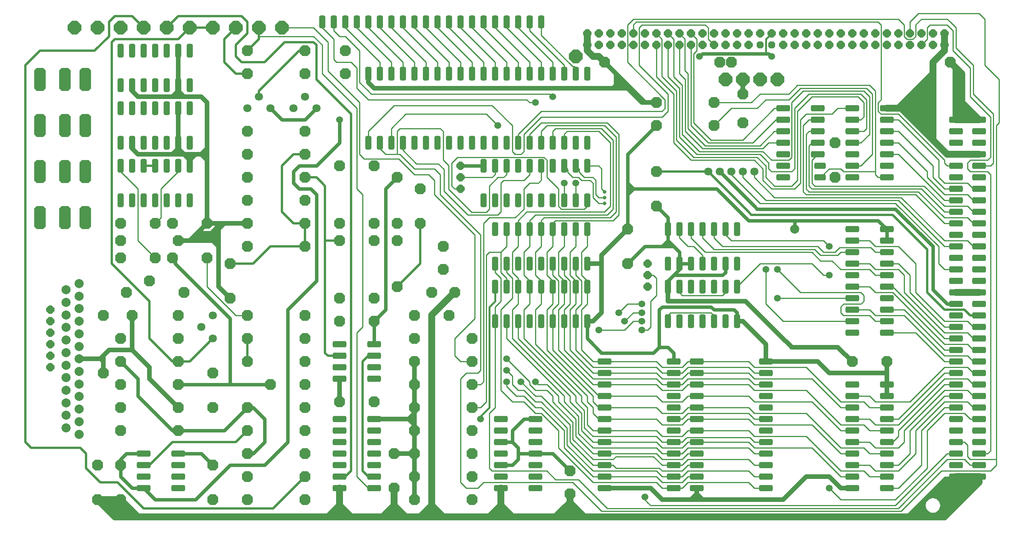
<source format=gbr>
G04 #@! TF.GenerationSoftware,KiCad,Pcbnew,8.0.2*
G04 #@! TF.CreationDate,2024-12-08T11:20:59+01:00*
G04 #@! TF.ProjectId,junior-interface,6a756e69-6f72-42d6-996e-746572666163,rev?*
G04 #@! TF.SameCoordinates,Original*
G04 #@! TF.FileFunction,Copper,L1,Top*
G04 #@! TF.FilePolarity,Positive*
%FSLAX46Y46*%
G04 Gerber Fmt 4.6, Leading zero omitted, Abs format (unit mm)*
G04 Created by KiCad (PCBNEW 8.0.2) date 2024-12-08 11:20:59*
%MOMM*%
%LPD*%
G01*
G04 APERTURE LIST*
G04 Aperture macros list*
%AMRoundRect*
0 Rectangle with rounded corners*
0 $1 Rounding radius*
0 $2 $3 $4 $5 $6 $7 $8 $9 X,Y pos of 4 corners*
0 Add a 4 corners polygon primitive as box body*
4,1,4,$2,$3,$4,$5,$6,$7,$8,$9,$2,$3,0*
0 Add four circle primitives for the rounded corners*
1,1,$1+$1,$2,$3*
1,1,$1+$1,$4,$5*
1,1,$1+$1,$6,$7*
1,1,$1+$1,$8,$9*
0 Add four rect primitives between the rounded corners*
20,1,$1+$1,$2,$3,$4,$5,0*
20,1,$1+$1,$4,$5,$6,$7,0*
20,1,$1+$1,$6,$7,$8,$9,0*
20,1,$1+$1,$8,$9,$2,$3,0*%
%AMOutline5P*
0 Free polygon, 5 corners , with rotation*
0 The origin of the aperture is its center*
0 number of corners: always 5*
0 $1 to $10 corner X, Y*
0 $11 Rotation angle, in degrees counterclockwise*
0 create outline with 5 corners*
4,1,5,$1,$2,$3,$4,$5,$6,$7,$8,$9,$10,$1,$2,$11*%
%AMOutline6P*
0 Free polygon, 6 corners , with rotation*
0 The origin of the aperture is its center*
0 number of corners: always 6*
0 $1 to $12 corner X, Y*
0 $13 Rotation angle, in degrees counterclockwise*
0 create outline with 6 corners*
4,1,6,$1,$2,$3,$4,$5,$6,$7,$8,$9,$10,$11,$12,$1,$2,$13*%
%AMOutline7P*
0 Free polygon, 7 corners , with rotation*
0 The origin of the aperture is its center*
0 number of corners: always 7*
0 $1 to $14 corner X, Y*
0 $15 Rotation angle, in degrees counterclockwise*
0 create outline with 7 corners*
4,1,7,$1,$2,$3,$4,$5,$6,$7,$8,$9,$10,$11,$12,$13,$14,$1,$2,$15*%
%AMOutline8P*
0 Free polygon, 8 corners , with rotation*
0 The origin of the aperture is its center*
0 number of corners: always 8*
0 $1 to $16 corner X, Y*
0 $17 Rotation angle, in degrees counterclockwise*
0 create outline with 8 corners*
4,1,8,$1,$2,$3,$4,$5,$6,$7,$8,$9,$10,$11,$12,$13,$14,$15,$16,$1,$2,$17*%
%AMFreePoly0*
4,1,9,1.200000,0.500000,1.200000,-0.500000,0.500000,-1.200000,-0.500000,-1.200000,-1.200000,-0.500000,-1.200000,0.500000,-0.500000,1.200000,0.500000,1.200000,1.200000,0.500000,1.200000,0.500000,$1*%
%AMFreePoly1*
4,1,9,1.500000,0.600000,1.500000,-0.600000,0.600000,-1.500000,-0.600000,-1.500000,-1.500000,-0.600000,-1.500000,0.600000,-0.600000,1.500000,0.600000,1.500000,1.500000,0.600000,1.500000,0.600000,$1*%
%AMFreePoly2*
4,1,9,0.900000,0.350000,0.900000,-0.350000,0.350000,-0.900000,-0.350000,-0.900000,-0.900000,-0.350000,-0.900000,0.350000,-0.350000,0.900000,0.350000,0.900000,0.900000,0.350000,0.900000,0.350000,$1*%
%AMFreePoly3*
4,1,9,0.800000,0.350000,0.800000,-0.350000,0.350000,-0.800000,-0.350000,-0.800000,-0.800000,-0.350000,-0.800000,0.350000,-0.350000,0.800000,0.350000,0.800000,0.800000,0.350000,0.800000,0.350000,$1*%
G04 Aperture macros list end*
G04 #@! TA.AperFunction,Conductor*
%ADD10C,1.000000*%
G04 #@! TD*
G04 #@! TA.AperFunction,ComponentPad*
%ADD11RoundRect,0.350000X0.350000X1.150000X-0.350000X1.150000X-0.350000X-1.150000X0.350000X-1.150000X0*%
G04 #@! TD*
G04 #@! TA.AperFunction,ComponentPad*
%ADD12RoundRect,0.350000X-1.150000X0.350000X-1.150000X-0.350000X1.150000X-0.350000X1.150000X0.350000X0*%
G04 #@! TD*
G04 #@! TA.AperFunction,ComponentPad*
%ADD13RoundRect,0.350000X0.900000X-0.350000X0.900000X0.350000X-0.900000X0.350000X-0.900000X-0.350000X0*%
G04 #@! TD*
G04 #@! TA.AperFunction,ComponentPad*
%ADD14RoundRect,0.350000X1.150000X-0.350000X1.150000X0.350000X-1.150000X0.350000X-1.150000X-0.350000X0*%
G04 #@! TD*
G04 #@! TA.AperFunction,ComponentPad*
%ADD15FreePoly0,0.000000*%
G04 #@! TD*
G04 #@! TA.AperFunction,ComponentPad*
%ADD16FreePoly0,180.000000*%
G04 #@! TD*
G04 #@! TA.AperFunction,ComponentPad*
%ADD17FreePoly0,270.000000*%
G04 #@! TD*
G04 #@! TA.AperFunction,ComponentPad*
%ADD18RoundRect,0.350000X0.350000X1.050000X-0.350000X1.050000X-0.350000X-1.050000X0.350000X-1.050000X0*%
G04 #@! TD*
G04 #@! TA.AperFunction,ComponentPad*
%ADD19C,1.800000*%
G04 #@! TD*
G04 #@! TA.AperFunction,ComponentPad*
%ADD20FreePoly0,90.000000*%
G04 #@! TD*
G04 #@! TA.AperFunction,ComponentPad*
%ADD21C,2.000000*%
G04 #@! TD*
G04 #@! TA.AperFunction,ComponentPad*
%ADD22FreePoly1,0.000000*%
G04 #@! TD*
G04 #@! TA.AperFunction,ComponentPad*
%ADD23FreePoly2,270.000000*%
G04 #@! TD*
G04 #@! TA.AperFunction,ComponentPad*
%ADD24FreePoly2,90.000000*%
G04 #@! TD*
G04 #@! TA.AperFunction,ComponentPad*
%ADD25Outline8P,-1.250000X2.000000X-0.750000X2.500000X0.750000X2.500000X1.250000X2.000000X1.250000X-2.000000X0.750000X-2.500000X-0.750000X-2.500000X-1.250000X-2.000000X0.000000*%
G04 #@! TD*
G04 #@! TA.AperFunction,ComponentPad*
%ADD26FreePoly3,270.000000*%
G04 #@! TD*
G04 #@! TA.AperFunction,ViaPad*
%ADD27C,1.500000*%
G04 #@! TD*
G04 #@! TA.AperFunction,ViaPad*
%ADD28C,2.000000*%
G04 #@! TD*
G04 #@! TA.AperFunction,ViaPad*
%ADD29C,1.800000*%
G04 #@! TD*
G04 #@! TA.AperFunction,ViaPad*
%ADD30C,0.800000*%
G04 #@! TD*
G04 #@! TA.AperFunction,Conductor*
%ADD31C,0.250000*%
G04 #@! TD*
G04 #@! TA.AperFunction,Conductor*
%ADD32C,0.500000*%
G04 #@! TD*
G04 #@! TA.AperFunction,Conductor*
%ADD33C,1.500000*%
G04 #@! TD*
G04 #@! TA.AperFunction,Conductor*
%ADD34C,0.750000*%
G04 #@! TD*
G04 #@! TA.AperFunction,Conductor*
%ADD35C,0.450000*%
G04 #@! TD*
G04 #@! TA.AperFunction,Conductor*
%ADD36C,0.400000*%
G04 #@! TD*
G04 APERTURE END LIST*
D10*
X203200000Y-113665000D02*
X203200000Y-111760000D01*
X203200000Y-111760000D02*
X198120000Y-106680000D01*
X198120000Y-106680000D02*
X196850000Y-106680000D01*
X203200000Y-115570000D02*
X203200000Y-113665000D01*
D11*
X163830000Y-86360000D03*
X161290000Y-86360000D03*
X158750000Y-86360000D03*
X156210000Y-86360000D03*
X153670000Y-86360000D03*
X151130000Y-86360000D03*
X148590000Y-86360000D03*
X146050000Y-86360000D03*
X143510000Y-86360000D03*
X143510000Y-93980000D03*
X146050000Y-93980000D03*
X148590000Y-93980000D03*
X151130000Y-93980000D03*
X153670000Y-93980000D03*
X156210000Y-93980000D03*
X158750000Y-93980000D03*
X161290000Y-93980000D03*
X163830000Y-93980000D03*
X163830000Y-99060000D03*
X161290000Y-99060000D03*
X158750000Y-99060000D03*
X156210000Y-99060000D03*
X153670000Y-99060000D03*
X151130000Y-99060000D03*
X148590000Y-99060000D03*
X146050000Y-99060000D03*
X143510000Y-99060000D03*
X143510000Y-106680000D03*
X146050000Y-106680000D03*
X148590000Y-106680000D03*
X151130000Y-106680000D03*
X153670000Y-106680000D03*
X156210000Y-106680000D03*
X158750000Y-106680000D03*
X161290000Y-106680000D03*
X163830000Y-106680000D03*
D12*
X187960000Y-115570000D03*
X187960000Y-118110000D03*
X187960000Y-120650000D03*
X187960000Y-123190000D03*
X187960000Y-125730000D03*
X187960000Y-128270000D03*
X187960000Y-130810000D03*
X187960000Y-133350000D03*
X187960000Y-135890000D03*
X187960000Y-138430000D03*
X187960000Y-140970000D03*
X187960000Y-143510000D03*
X203200000Y-143510000D03*
X203200000Y-140970000D03*
X203200000Y-138430000D03*
X203200000Y-135890000D03*
X203200000Y-133350000D03*
X203200000Y-130810000D03*
X203200000Y-128270000D03*
X203200000Y-125730000D03*
X203200000Y-123190000D03*
X203200000Y-120650000D03*
X203200000Y-118110000D03*
X203200000Y-115570000D03*
X109220000Y-111760000D03*
X109220000Y-114300000D03*
X109220000Y-116840000D03*
X109220000Y-119380000D03*
X116840000Y-119380000D03*
X116840000Y-116840000D03*
X116840000Y-114300000D03*
X116840000Y-111760000D03*
X66040000Y-135890000D03*
X66040000Y-138430000D03*
X66040000Y-140970000D03*
X66040000Y-143510000D03*
X73660000Y-143510000D03*
X73660000Y-140970000D03*
X73660000Y-138430000D03*
X73660000Y-135890000D03*
X222250000Y-86360000D03*
X222250000Y-88900000D03*
X222250000Y-91440000D03*
X222250000Y-93980000D03*
X222250000Y-96520000D03*
X222250000Y-99060000D03*
X222250000Y-101600000D03*
X222250000Y-104140000D03*
X222250000Y-106680000D03*
X222250000Y-109220000D03*
X229870000Y-109220000D03*
X229870000Y-106680000D03*
X229870000Y-104140000D03*
X229870000Y-101600000D03*
X229870000Y-99060000D03*
X229870000Y-96520000D03*
X229870000Y-93980000D03*
X229870000Y-91440000D03*
X229870000Y-88900000D03*
X229870000Y-86360000D03*
X222250000Y-120650000D03*
X222250000Y-123190000D03*
X222250000Y-125730000D03*
X222250000Y-128270000D03*
X222250000Y-130810000D03*
X222250000Y-133350000D03*
X222250000Y-135890000D03*
X222250000Y-138430000D03*
X222250000Y-140970000D03*
X222250000Y-143510000D03*
X229870000Y-143510000D03*
X229870000Y-140970000D03*
X229870000Y-138430000D03*
X229870000Y-135890000D03*
X229870000Y-133350000D03*
X229870000Y-130810000D03*
X229870000Y-128270000D03*
X229870000Y-125730000D03*
X229870000Y-123190000D03*
X229870000Y-120650000D03*
D13*
X215130000Y-74930000D03*
X215130000Y-72390000D03*
D14*
X214630000Y-69850000D03*
X214630000Y-67310000D03*
X214630000Y-64770000D03*
X214630000Y-62230000D03*
X214630000Y-59690000D03*
X207010000Y-59690000D03*
X207010000Y-62230000D03*
X207010000Y-64770000D03*
X207010000Y-67310000D03*
X207010000Y-69850000D03*
X207010000Y-72390000D03*
X207010000Y-74930000D03*
D11*
X196850000Y-86360000D03*
X194310000Y-86360000D03*
X191770000Y-86360000D03*
X189230000Y-86360000D03*
X186690000Y-86360000D03*
X184150000Y-86360000D03*
X181610000Y-86360000D03*
X181610000Y-93980000D03*
X184150000Y-93980000D03*
X186690000Y-93980000D03*
X189230000Y-93980000D03*
X191770000Y-93980000D03*
X194310000Y-93980000D03*
X196850000Y-93980000D03*
D12*
X144780000Y-128270000D03*
X144780000Y-130810000D03*
X144780000Y-133350000D03*
X144780000Y-135890000D03*
X144780000Y-138430000D03*
X144780000Y-140970000D03*
X144780000Y-143510000D03*
X152400000Y-143510000D03*
X152400000Y-140970000D03*
X152400000Y-138430000D03*
X152400000Y-135890000D03*
X152400000Y-133350000D03*
X152400000Y-130810000D03*
X152400000Y-128270000D03*
D11*
X196850000Y-99060000D03*
X194310000Y-99060000D03*
X191770000Y-99060000D03*
X189230000Y-99060000D03*
X186690000Y-99060000D03*
X184150000Y-99060000D03*
X181610000Y-99060000D03*
X181610000Y-106680000D03*
X184150000Y-106680000D03*
X186690000Y-106680000D03*
X189230000Y-106680000D03*
X191770000Y-106680000D03*
X194310000Y-106680000D03*
X196850000Y-106680000D03*
X163830000Y-72390000D03*
X161290000Y-72390000D03*
X158750000Y-72390000D03*
X156210000Y-72390000D03*
X153670000Y-72390000D03*
X151130000Y-72390000D03*
X148590000Y-72390000D03*
X146050000Y-72390000D03*
X143510000Y-72390000D03*
X140970000Y-72390000D03*
X140970000Y-80010000D03*
X143510000Y-80010000D03*
X146050000Y-80010000D03*
X148590000Y-80010000D03*
X151130000Y-80010000D03*
X153670000Y-80010000D03*
X156210000Y-80010000D03*
X158750000Y-80010000D03*
X161290000Y-80010000D03*
X163830000Y-80010000D03*
D14*
X229870000Y-74930000D03*
X229870000Y-72390000D03*
X229870000Y-69850000D03*
X229870000Y-67310000D03*
X229870000Y-64770000D03*
X229870000Y-62230000D03*
X229870000Y-59690000D03*
X222250000Y-59690000D03*
X222250000Y-62230000D03*
X222250000Y-64770000D03*
X222250000Y-67310000D03*
X222250000Y-69850000D03*
X222250000Y-72390000D03*
X222250000Y-74930000D03*
D11*
X76200000Y-72390000D03*
X73660000Y-72390000D03*
X71120000Y-72390000D03*
X68580000Y-72390000D03*
X66040000Y-72390000D03*
X63500000Y-72390000D03*
X60960000Y-72390000D03*
X60960000Y-80010000D03*
X63500000Y-80010000D03*
X66040000Y-80010000D03*
X68580000Y-80010000D03*
X71120000Y-80010000D03*
X73660000Y-80010000D03*
X76200000Y-80010000D03*
D12*
X167640000Y-115570000D03*
X167640000Y-118110000D03*
X167640000Y-120650000D03*
X167640000Y-123190000D03*
X167640000Y-125730000D03*
X167640000Y-128270000D03*
X167640000Y-130810000D03*
X167640000Y-133350000D03*
X167640000Y-135890000D03*
X167640000Y-138430000D03*
X167640000Y-140970000D03*
X167640000Y-143510000D03*
X182880000Y-143510000D03*
X182880000Y-140970000D03*
X182880000Y-138430000D03*
X182880000Y-135890000D03*
X182880000Y-133350000D03*
X182880000Y-130810000D03*
X182880000Y-128270000D03*
X182880000Y-125730000D03*
X182880000Y-123190000D03*
X182880000Y-120650000D03*
X182880000Y-118110000D03*
X182880000Y-115570000D03*
D15*
X125730000Y-146050000D03*
X138430000Y-146050000D03*
D16*
X138430000Y-140970000D03*
X125730000Y-140970000D03*
D15*
X125730000Y-135890000D03*
X138430000Y-135890000D03*
D16*
X138430000Y-130810000D03*
X125730000Y-130810000D03*
D15*
X125730000Y-125730000D03*
X138430000Y-125730000D03*
D17*
X121285000Y-135890000D03*
X121285000Y-143510000D03*
D16*
X191770000Y-58420000D03*
X179070000Y-58420000D03*
X191770000Y-63500000D03*
X179070000Y-63500000D03*
X138430000Y-120650000D03*
X125730000Y-120650000D03*
D18*
X153670000Y-40640000D03*
X151130000Y-40640000D03*
X148590000Y-40640000D03*
X146050000Y-40640000D03*
X143510000Y-40640000D03*
X140970000Y-40640000D03*
X138430000Y-40640000D03*
X135890000Y-40640000D03*
X133350000Y-40640000D03*
X130810000Y-40640000D03*
X128270000Y-40640000D03*
X125730000Y-40640000D03*
X123190000Y-40640000D03*
X120650000Y-40640000D03*
X118110000Y-40640000D03*
X115570000Y-40640000D03*
X113030000Y-40640000D03*
X110490000Y-40640000D03*
X107950000Y-40640000D03*
X105410000Y-40640000D03*
D15*
X73660000Y-105410000D03*
X63500000Y-105410000D03*
X60960000Y-110490000D03*
X73660000Y-110490000D03*
D17*
X57150000Y-105410000D03*
X57150000Y-118110000D03*
D15*
X60960000Y-115570000D03*
X73660000Y-115570000D03*
D19*
X81280000Y-110490000D03*
X78740000Y-107950000D03*
X81280000Y-105410000D03*
D12*
X109220000Y-128270000D03*
X109220000Y-130810000D03*
X109220000Y-133350000D03*
X109220000Y-135890000D03*
X109220000Y-138430000D03*
X109220000Y-140970000D03*
X109220000Y-143510000D03*
X116840000Y-143510000D03*
X116840000Y-140970000D03*
X116840000Y-138430000D03*
X116840000Y-135890000D03*
X116840000Y-133350000D03*
X116840000Y-130810000D03*
X116840000Y-128270000D03*
D11*
X163830000Y-52070000D03*
X161290000Y-52070000D03*
X158750000Y-52070000D03*
X156210000Y-52070000D03*
X153670000Y-52070000D03*
X151130000Y-52070000D03*
X148590000Y-52070000D03*
X146050000Y-52070000D03*
X143510000Y-52070000D03*
X140970000Y-52070000D03*
X138430000Y-52070000D03*
X135890000Y-52070000D03*
X133350000Y-52070000D03*
X130810000Y-52070000D03*
X128270000Y-52070000D03*
X125730000Y-52070000D03*
X123190000Y-52070000D03*
X120650000Y-52070000D03*
X118110000Y-52070000D03*
X115570000Y-52070000D03*
X115570000Y-67310000D03*
X118110000Y-67310000D03*
X120650000Y-67310000D03*
X123190000Y-67310000D03*
X125730000Y-67310000D03*
X128270000Y-67310000D03*
X130810000Y-67310000D03*
X133350000Y-67310000D03*
X135890000Y-67310000D03*
X138430000Y-67310000D03*
X140970000Y-67310000D03*
X143510000Y-67310000D03*
X146050000Y-67310000D03*
X148590000Y-67310000D03*
X151130000Y-67310000D03*
X153670000Y-67310000D03*
X156210000Y-67310000D03*
X158750000Y-67310000D03*
X161290000Y-67310000D03*
X163830000Y-67310000D03*
D17*
X81280000Y-138430000D03*
X81280000Y-146050000D03*
D20*
X60960000Y-146050000D03*
X60960000Y-138430000D03*
D16*
X101600000Y-146050000D03*
X88900000Y-146050000D03*
X101600000Y-135890000D03*
X88900000Y-135890000D03*
D15*
X88900000Y-130810000D03*
X101600000Y-130810000D03*
X60960000Y-130810000D03*
X73660000Y-130810000D03*
D16*
X73660000Y-125730000D03*
X60960000Y-125730000D03*
X73660000Y-120650000D03*
X60960000Y-120650000D03*
X101600000Y-140970000D03*
X88900000Y-140970000D03*
D20*
X110490000Y-52070000D03*
X110490000Y-46990000D03*
D16*
X101600000Y-46990000D03*
X88900000Y-46990000D03*
X101600000Y-52070000D03*
X88900000Y-52070000D03*
D20*
X109220000Y-85090000D03*
X109220000Y-72390000D03*
X116840000Y-85090000D03*
X116840000Y-72390000D03*
D11*
X76200000Y-46990000D03*
X73660000Y-46990000D03*
X71120000Y-46990000D03*
X68580000Y-46990000D03*
X66040000Y-46990000D03*
X63500000Y-46990000D03*
X60960000Y-46990000D03*
X60960000Y-54610000D03*
X63500000Y-54610000D03*
X66040000Y-54610000D03*
X68580000Y-54610000D03*
X71120000Y-54610000D03*
X73660000Y-54610000D03*
X76200000Y-54610000D03*
X76200000Y-59690000D03*
X73660000Y-59690000D03*
X71120000Y-59690000D03*
X68580000Y-59690000D03*
X66040000Y-59690000D03*
X63500000Y-59690000D03*
X60960000Y-59690000D03*
X60960000Y-67310000D03*
X63500000Y-67310000D03*
X66040000Y-67310000D03*
X68580000Y-67310000D03*
X71120000Y-67310000D03*
X73660000Y-67310000D03*
X76200000Y-67310000D03*
D19*
X88900000Y-59690000D03*
X91440000Y-57150000D03*
X93980000Y-59690000D03*
X99060000Y-59690000D03*
X101600000Y-57150000D03*
X104140000Y-59690000D03*
D16*
X133350000Y-105410000D03*
X125730000Y-105410000D03*
D15*
X134620000Y-100330000D03*
X132080000Y-90170000D03*
X132080000Y-95250000D03*
X129540000Y-100330000D03*
D16*
X138430000Y-115570000D03*
X125730000Y-115570000D03*
X101600000Y-125730000D03*
X88900000Y-125730000D03*
X138430000Y-110490000D03*
X125730000Y-110490000D03*
X68580000Y-92710000D03*
X60960000Y-92710000D03*
D15*
X109220000Y-106680000D03*
X116840000Y-106680000D03*
D17*
X81280000Y-118110000D03*
X81280000Y-125730000D03*
D16*
X101600000Y-120650000D03*
X93980000Y-120650000D03*
D17*
X127000000Y-77470000D03*
X127000000Y-85090000D03*
D16*
X80010000Y-92710000D03*
X72390000Y-92710000D03*
D17*
X121920000Y-99060000D03*
X121920000Y-88900000D03*
X121920000Y-85090000D03*
X121920000Y-74930000D03*
D16*
X74930000Y-100330000D03*
X67310000Y-97790000D03*
X62230000Y-100330000D03*
X101600000Y-80010000D03*
X88900000Y-80010000D03*
D15*
X88900000Y-105410000D03*
X101600000Y-105410000D03*
D16*
X101600000Y-110490000D03*
X88900000Y-110490000D03*
D15*
X88900000Y-115570000D03*
X101600000Y-115570000D03*
X88900000Y-74930000D03*
X101600000Y-74930000D03*
D17*
X109220000Y-88900000D03*
X109220000Y-101600000D03*
X116840000Y-88900000D03*
X116840000Y-101600000D03*
D16*
X68580000Y-85090000D03*
X60960000Y-85090000D03*
D17*
X85090000Y-93980000D03*
X85090000Y-101600000D03*
D15*
X72390000Y-85090000D03*
X80010000Y-85090000D03*
X88900000Y-90170000D03*
X101600000Y-90170000D03*
D16*
X101600000Y-64770000D03*
X88900000Y-64770000D03*
D15*
X88900000Y-69850000D03*
X101600000Y-69850000D03*
D16*
X101600000Y-85090000D03*
X88900000Y-85090000D03*
D15*
X60960000Y-88900000D03*
X73660000Y-88900000D03*
D16*
X229870000Y-115570000D03*
X222250000Y-115570000D03*
D20*
X218440000Y-74930000D03*
X218440000Y-67310000D03*
D17*
X172720000Y-86360000D03*
X172720000Y-93980000D03*
X160020000Y-139700000D03*
X160020000Y-144780000D03*
D21*
X51816000Y-98375000D03*
X51816000Y-101145000D03*
X51816000Y-103915000D03*
X51816000Y-106685000D03*
X51816000Y-109455000D03*
X51816000Y-112225000D03*
X51816000Y-114995000D03*
X51816000Y-117765000D03*
X51816000Y-120535000D03*
X51816000Y-123305000D03*
X51816000Y-126075000D03*
X51816000Y-128845000D03*
X51816000Y-131615000D03*
X48976000Y-99760000D03*
X48976000Y-102530000D03*
X48976000Y-105300000D03*
X48976000Y-108070000D03*
X48976000Y-110840000D03*
X48976000Y-113610000D03*
X48976000Y-116380000D03*
X48976000Y-119150000D03*
X48976000Y-121920000D03*
X48976000Y-124690000D03*
X48976000Y-127460000D03*
X48976000Y-130230000D03*
D16*
X116840000Y-124460000D03*
X109220000Y-124460000D03*
D22*
X194310000Y-53340000D03*
X201930000Y-53340000D03*
X205740000Y-53340000D03*
X161290000Y-48260000D03*
X198120000Y-53340000D03*
D15*
X195580000Y-49530000D03*
X243840000Y-49530000D03*
X167640000Y-49530000D03*
X193040000Y-49530000D03*
D20*
X179070000Y-81280000D03*
X179070000Y-73660000D03*
X198120000Y-62865000D03*
X198120000Y-56515000D03*
D22*
X66040000Y-41910000D03*
X91440000Y-41910000D03*
X86360000Y-41910000D03*
X81280000Y-41910000D03*
X71120000Y-41910000D03*
X60960000Y-41910000D03*
X50800000Y-41910000D03*
X55880000Y-41910000D03*
X96520000Y-41910000D03*
X76200000Y-41910000D03*
D23*
X45466000Y-104145000D03*
X45466000Y-106685000D03*
X45466000Y-109225000D03*
X45466000Y-111765000D03*
X45466000Y-114305000D03*
X45466000Y-116845000D03*
D24*
X135890000Y-77470000D03*
X135890000Y-74930000D03*
X135890000Y-72390000D03*
X177165000Y-99060000D03*
X177165000Y-96520000D03*
X177165000Y-93980000D03*
D17*
X55880000Y-138430000D03*
X55880000Y-146050000D03*
D25*
X43180000Y-63500000D03*
X48680000Y-63500000D03*
X53180000Y-63500000D03*
X43180000Y-73660000D03*
X48680000Y-73660000D03*
X53180000Y-73660000D03*
X43180000Y-83820000D03*
X48680000Y-83820000D03*
X53180000Y-83820000D03*
X43180000Y-53340000D03*
X48680000Y-53340000D03*
X53180000Y-53340000D03*
D14*
X250190000Y-62230000D03*
X250190000Y-64770000D03*
X250190000Y-67310000D03*
X250190000Y-69850000D03*
X250190000Y-72390000D03*
X250190000Y-74930000D03*
X250190000Y-77470000D03*
X250190000Y-80010000D03*
X250190000Y-82550000D03*
X250190000Y-85090000D03*
X250190000Y-87630000D03*
X250190000Y-90170000D03*
X250190000Y-92710000D03*
X250190000Y-95250000D03*
X250190000Y-97790000D03*
X250190000Y-100330000D03*
X250190000Y-102870000D03*
X250190000Y-105410000D03*
X250190000Y-107950000D03*
X250190000Y-110490000D03*
X250190000Y-113030000D03*
X250190000Y-115570000D03*
X250190000Y-118110000D03*
X250190000Y-120650000D03*
X250190000Y-123190000D03*
X250190000Y-125730000D03*
X250190000Y-128270000D03*
X250190000Y-130810000D03*
X250190000Y-133350000D03*
X250190000Y-135890000D03*
X250190000Y-138430000D03*
X250190000Y-140970000D03*
X245110000Y-62230000D03*
X245110000Y-64770000D03*
X245110000Y-67310000D03*
X245110000Y-69850000D03*
X245110000Y-72390000D03*
X245110000Y-74930000D03*
X245110000Y-77470000D03*
X245110000Y-80010000D03*
X245110000Y-82550000D03*
X245110000Y-85090000D03*
X245110000Y-87630000D03*
X245110000Y-90170000D03*
X245110000Y-92710000D03*
X245110000Y-95250000D03*
X245110000Y-97790000D03*
X245110000Y-100330000D03*
X245110000Y-102870000D03*
X245110000Y-105410000D03*
X245110000Y-107950000D03*
X245110000Y-110490000D03*
X245110000Y-113030000D03*
X245110000Y-115570000D03*
X245110000Y-118110000D03*
X245110000Y-120650000D03*
X245110000Y-123190000D03*
X245110000Y-125730000D03*
X245110000Y-128270000D03*
X245110000Y-130810000D03*
X245110000Y-133350000D03*
X245110000Y-135890000D03*
X245110000Y-138430000D03*
X245110000Y-140970000D03*
D23*
X163830000Y-43180000D03*
X166370000Y-43180000D03*
X168910000Y-43180000D03*
X171450000Y-43180000D03*
X173990000Y-43180000D03*
X176530000Y-43180000D03*
X179070000Y-43180000D03*
X181610000Y-43180000D03*
X184150000Y-43180000D03*
X186690000Y-43180000D03*
X189230000Y-43180000D03*
X191770000Y-43180000D03*
X194310000Y-43180000D03*
X196850000Y-43180000D03*
X199390000Y-43180000D03*
X201930000Y-43180000D03*
X204470000Y-43180000D03*
X207010000Y-43180000D03*
X209550000Y-43180000D03*
X212090000Y-43180000D03*
X214630000Y-43180000D03*
X217170000Y-43180000D03*
X219710000Y-43180000D03*
X222250000Y-43180000D03*
X224790000Y-43180000D03*
X227330000Y-43180000D03*
X229870000Y-43180000D03*
X232410000Y-43180000D03*
X234950000Y-43180000D03*
X237490000Y-43180000D03*
X240030000Y-43180000D03*
X242570000Y-43180000D03*
X163830000Y-45720000D03*
X166370000Y-45720000D03*
X168910000Y-45720000D03*
X171450000Y-45720000D03*
X173990000Y-45720000D03*
X176530000Y-45720000D03*
X179070000Y-45720000D03*
X181610000Y-45720000D03*
X184150000Y-45720000D03*
X186690000Y-45720000D03*
X189230000Y-45720000D03*
X191770000Y-45720000D03*
X194310000Y-45720000D03*
X196850000Y-45720000D03*
X199390000Y-45720000D03*
D26*
X201930000Y-45720000D03*
X204470000Y-45720000D03*
D23*
X207010000Y-45720000D03*
X209550000Y-45720000D03*
X212090000Y-45720000D03*
X214630000Y-45720000D03*
X217170000Y-45720000D03*
X219710000Y-45720000D03*
X222250000Y-45720000D03*
X224790000Y-45720000D03*
X227330000Y-45720000D03*
X229870000Y-45720000D03*
X232410000Y-45720000D03*
X234950000Y-45720000D03*
X237490000Y-45720000D03*
X240030000Y-45720000D03*
X242570000Y-45720000D03*
D27*
X152400000Y-58420000D03*
X156210000Y-57150000D03*
D28*
X209550000Y-86360000D03*
D27*
X166370000Y-108585000D03*
X175895000Y-106680000D03*
D29*
X198120000Y-73660000D03*
D27*
X144145000Y-63500000D03*
X217170000Y-90170000D03*
D29*
X195580000Y-73660000D03*
X200660000Y-73660000D03*
D27*
X175895000Y-104775000D03*
X172085000Y-106680000D03*
D29*
X190500000Y-73660000D03*
D27*
X188595000Y-48260000D03*
X204470000Y-48260000D03*
D29*
X193040000Y-73660000D03*
D27*
X175895000Y-102870000D03*
X170815000Y-104775000D03*
X217170000Y-96520000D03*
X217170000Y-143510000D03*
X176530000Y-145415000D03*
X175895000Y-108585000D03*
D30*
X177800000Y-143510000D03*
D27*
X140335000Y-128270000D03*
X203200000Y-95250000D03*
X205740000Y-95250000D03*
X152400000Y-120015000D03*
X149225000Y-120015000D03*
X146050000Y-120015000D03*
X146050000Y-114935000D03*
X146050000Y-117475000D03*
X205740000Y-101600000D03*
D30*
X167640000Y-80645000D03*
X167640000Y-79375000D03*
X167640000Y-78105000D03*
D27*
X161290000Y-76200000D03*
X158750000Y-76200000D03*
X109220000Y-62230000D03*
D31*
X73660000Y-73660000D02*
X73660000Y-72390000D01*
X69850000Y-77470000D02*
X73660000Y-73660000D01*
X68580000Y-85090000D02*
X69850000Y-83820000D01*
X69850000Y-83820000D02*
X69850000Y-77470000D01*
X60960000Y-72390000D02*
X60960000Y-73660000D01*
X64770000Y-88900000D02*
X68580000Y-92710000D01*
X60960000Y-73660000D02*
X64770000Y-77470000D01*
X64770000Y-77470000D02*
X64770000Y-88900000D01*
X80010000Y-92710000D02*
X80010000Y-99060000D01*
X80010000Y-99060000D02*
X86360000Y-105410000D01*
X86360000Y-105410000D02*
X88900000Y-105410000D01*
X184150000Y-86360000D02*
X184150000Y-88265000D01*
X189230000Y-92075000D02*
X189230000Y-93980000D01*
X186055000Y-90170000D02*
X187325000Y-90170000D01*
X187325000Y-90170000D02*
X189230000Y-92075000D01*
X184150000Y-88265000D02*
X186055000Y-90170000D01*
X193675000Y-100965000D02*
X194310000Y-100330000D01*
X184150000Y-99060000D02*
X184150000Y-100330000D01*
X184150000Y-100330000D02*
X184785000Y-100965000D01*
X194310000Y-100330000D02*
X194310000Y-99060000D01*
X184785000Y-100965000D02*
X193675000Y-100965000D01*
D32*
X127000000Y-85090000D02*
X127000000Y-93980000D01*
X127000000Y-93980000D02*
X121920000Y-99060000D01*
D31*
X110490000Y-41910000D02*
X118110000Y-49530000D01*
X110490000Y-40640000D02*
X110490000Y-41910000D01*
X118110000Y-49530000D02*
X118110000Y-52070000D01*
X113030000Y-40640000D02*
X113030000Y-41910000D01*
X120650000Y-49530000D02*
X120650000Y-52070000D01*
X113030000Y-41910000D02*
X120650000Y-49530000D01*
X123190000Y-41910000D02*
X130810000Y-49530000D01*
X130810000Y-49530000D02*
X130810000Y-52070000D01*
X123190000Y-40640000D02*
X123190000Y-41910000D01*
X133350000Y-49530000D02*
X133350000Y-52070000D01*
X125730000Y-40640000D02*
X125730000Y-41910000D01*
X125730000Y-41910000D02*
X133350000Y-49530000D01*
X128270000Y-41910000D02*
X135890000Y-49530000D01*
X128270000Y-40640000D02*
X128270000Y-41910000D01*
X135890000Y-49530000D02*
X135890000Y-52070000D01*
X130810000Y-41910000D02*
X138430000Y-49530000D01*
X138430000Y-49530000D02*
X138430000Y-52070000D01*
X130810000Y-40640000D02*
X130810000Y-41910000D01*
X138430000Y-40640000D02*
X138430000Y-41910000D01*
X146050000Y-49530000D02*
X146050000Y-52070000D01*
X138430000Y-41910000D02*
X146050000Y-49530000D01*
X148590000Y-49530000D02*
X148590000Y-52070000D01*
X140970000Y-41910000D02*
X148590000Y-49530000D01*
X140970000Y-40640000D02*
X140970000Y-41910000D01*
X143510000Y-41910000D02*
X151130000Y-49530000D01*
X151130000Y-49530000D02*
X151130000Y-52070000D01*
X143510000Y-40640000D02*
X143510000Y-41910000D01*
X146050000Y-41910000D02*
X153670000Y-49530000D01*
X153670000Y-49530000D02*
X153670000Y-52070000D01*
X146050000Y-40640000D02*
X146050000Y-41910000D01*
X156210000Y-49530000D02*
X156210000Y-52070000D01*
X148590000Y-40640000D02*
X148590000Y-41910000D01*
X148590000Y-41910000D02*
X156210000Y-49530000D01*
X158750000Y-50165000D02*
X158750000Y-52070000D01*
X151130000Y-40640000D02*
X151130000Y-42545000D01*
X151130000Y-42545000D02*
X158750000Y-50165000D01*
X161290000Y-52070000D02*
X161290000Y-50800000D01*
X160972500Y-50482500D02*
X160591500Y-50482500D01*
X153670000Y-43561000D02*
X153670000Y-40640000D01*
X160591500Y-50482500D02*
X153670000Y-43561000D01*
X161290000Y-50800000D02*
X160972500Y-50482500D01*
X108585000Y-49530000D02*
X111760000Y-49530000D01*
X111760000Y-49530000D02*
X113030000Y-50800000D01*
X105410000Y-40640000D02*
X105410000Y-41910000D01*
X107950000Y-48895000D02*
X108585000Y-49530000D01*
X114935000Y-57150000D02*
X115570000Y-57785000D01*
X113030000Y-50800000D02*
X113030000Y-55245000D01*
X107950000Y-44450000D02*
X107950000Y-48895000D01*
X115570000Y-57785000D02*
X150495000Y-57785000D01*
X150495000Y-57785000D02*
X151130000Y-58420000D01*
X151130000Y-58420000D02*
X152400000Y-58420000D01*
X105410000Y-41910000D02*
X107950000Y-44450000D01*
X113030000Y-55245000D02*
X114935000Y-57150000D01*
X107950000Y-40640000D02*
X107950000Y-42545000D01*
X113665000Y-53975000D02*
X115570000Y-55880000D01*
X156210000Y-57150000D02*
X155575000Y-56515000D01*
X107950000Y-42545000D02*
X109220000Y-43815000D01*
X110490000Y-43815000D02*
X113665000Y-46990000D01*
X155575000Y-56515000D02*
X116205000Y-56515000D01*
X113665000Y-46990000D02*
X113665000Y-53975000D01*
X116205000Y-56515000D02*
X115570000Y-55880000D01*
X109220000Y-43815000D02*
X110490000Y-43815000D01*
D10*
X116840000Y-128270000D02*
X124460000Y-128270000D01*
X125730000Y-146050000D02*
X125730000Y-140970000D01*
D33*
X163830000Y-45720000D02*
X163830000Y-46990000D01*
D34*
X167005000Y-113665000D02*
X163830000Y-110490000D01*
X147320000Y-133350000D02*
X147320000Y-130810000D01*
D31*
X133985000Y-71755000D02*
X133985000Y-76835000D01*
X133985000Y-76835000D02*
X134620000Y-77470000D01*
D34*
X209550000Y-84455000D02*
X209550000Y-86360000D01*
X152400000Y-135890000D02*
X148590000Y-135890000D01*
D10*
X116205000Y-54610000D02*
X116840000Y-55245000D01*
X163830000Y-106680000D02*
X165100000Y-106680000D01*
D34*
X148590000Y-137160000D02*
X148590000Y-134620000D01*
D10*
X125730000Y-120650000D02*
X125730000Y-125730000D01*
D34*
X199390000Y-84455000D02*
X209550000Y-84455000D01*
D33*
X245110000Y-50800000D02*
X243840000Y-49530000D01*
D34*
X191135000Y-103505000D02*
X191770000Y-104140000D01*
X179705000Y-112395000D02*
X178435000Y-113665000D01*
D31*
X154940000Y-74930000D02*
X154940000Y-71120000D01*
D34*
X198755000Y-83820000D02*
X199390000Y-84455000D01*
D10*
X121285000Y-135890000D02*
X125730000Y-135890000D01*
D33*
X250190000Y-62230000D02*
X245110000Y-62230000D01*
D34*
X172720000Y-69850000D02*
X172720000Y-76200000D01*
D10*
X229870000Y-120650000D02*
X229870000Y-123190000D01*
D31*
X154305000Y-70485000D02*
X135255000Y-70485000D01*
D34*
X156210000Y-135890000D02*
X160020000Y-139700000D01*
D10*
X172720000Y-86360000D02*
X167005000Y-92075000D01*
X171767500Y-53657500D02*
X171450000Y-53975000D01*
D33*
X245110000Y-62230000D02*
X245110000Y-57150000D01*
D31*
X72390000Y-130810000D02*
X73660000Y-130810000D01*
D34*
X101600000Y-62230000D02*
X96520000Y-62230000D01*
D10*
X171767500Y-53657500D02*
X176530000Y-58420000D01*
X115570000Y-53975000D02*
X116205000Y-54610000D01*
D34*
X182880000Y-113665000D02*
X181610000Y-112395000D01*
X179705000Y-112395000D02*
X181610000Y-112395000D01*
X179705000Y-104140000D02*
X180340000Y-103505000D01*
X60960000Y-115570000D02*
X64770000Y-119380000D01*
D10*
X125730000Y-130810000D02*
X125730000Y-135890000D01*
D34*
X147320000Y-138430000D02*
X148590000Y-137160000D01*
D31*
X157480000Y-77470000D02*
X154940000Y-74930000D01*
D34*
X196215000Y-104140000D02*
X196850000Y-104775000D01*
X149860000Y-128270000D02*
X152400000Y-128270000D01*
D31*
X134620000Y-77470000D02*
X135890000Y-77470000D01*
D34*
X229870000Y-86360000D02*
X227965000Y-84455000D01*
D10*
X124460000Y-128270000D02*
X125730000Y-128270000D01*
X168910000Y-55245000D02*
X170180000Y-55245000D01*
D34*
X191770000Y-104140000D02*
X196215000Y-104140000D01*
D10*
X169545000Y-55245000D02*
X168910000Y-55245000D01*
D33*
X165100000Y-48260000D02*
X163830000Y-46990000D01*
D34*
X92710000Y-128270000D02*
X92710000Y-133350000D01*
D10*
X124460000Y-128270000D02*
X125730000Y-127000000D01*
X176530000Y-58420000D02*
X179070000Y-58420000D01*
D33*
X245110000Y-50800000D02*
X246380000Y-52070000D01*
D34*
X182880000Y-113665000D02*
X182880000Y-115570000D01*
D10*
X170815000Y-53340000D02*
X170815000Y-53975000D01*
X217170000Y-118110000D02*
X229870000Y-118110000D01*
D31*
X90170000Y-135890000D02*
X88900000Y-135890000D01*
D34*
X152400000Y-135890000D02*
X156210000Y-135890000D01*
D10*
X171450000Y-55245000D02*
X172720000Y-55245000D01*
D31*
X163195000Y-81915000D02*
X158115000Y-81915000D01*
D10*
X203200000Y-115570000D02*
X214630000Y-115570000D01*
X125730000Y-129540000D02*
X124460000Y-128270000D01*
X170815000Y-55245000D02*
X171450000Y-55245000D01*
D33*
X245110000Y-57150000D02*
X245110000Y-50800000D01*
D10*
X229870000Y-118110000D02*
X229870000Y-115570000D01*
X176530000Y-58420000D02*
X175895000Y-58420000D01*
D34*
X96520000Y-62230000D02*
X93980000Y-59690000D01*
X229870000Y-88900000D02*
X229870000Y-86360000D01*
D10*
X167005000Y-103505000D02*
X167005000Y-93980000D01*
D33*
X167640000Y-49530000D02*
X166370000Y-48260000D01*
X246380000Y-52070000D02*
X246380000Y-58420000D01*
D10*
X171132500Y-53022500D02*
X171767500Y-53657500D01*
X165100000Y-106680000D02*
X167005000Y-104775000D01*
X171132500Y-53022500D02*
X170815000Y-53340000D01*
X171450000Y-53975000D02*
X171450000Y-55245000D01*
D34*
X209550000Y-84455000D02*
X227965000Y-84455000D01*
D33*
X166370000Y-48260000D02*
X165100000Y-48260000D01*
D34*
X104140000Y-59690000D02*
X101600000Y-62230000D01*
D10*
X170180000Y-55245000D02*
X170180000Y-54610000D01*
D31*
X163830000Y-81280000D02*
X163195000Y-81915000D01*
X135255000Y-70485000D02*
X133985000Y-71755000D01*
X163830000Y-80010000D02*
X163830000Y-81280000D01*
D34*
X147320000Y-133350000D02*
X144780000Y-133350000D01*
X172720000Y-78740000D02*
X172720000Y-86360000D01*
D31*
X88900000Y-125730000D02*
X90170000Y-125730000D01*
D33*
X250190000Y-62230000D02*
X246380000Y-58420000D01*
D34*
X173990000Y-77470000D02*
X172720000Y-78740000D01*
X64770000Y-123190000D02*
X72390000Y-130810000D01*
D10*
X125730000Y-135890000D02*
X125730000Y-140970000D01*
X172720000Y-55245000D02*
X171450000Y-53975000D01*
X170180000Y-55245000D02*
X170815000Y-55245000D01*
X229870000Y-120650000D02*
X229870000Y-118110000D01*
D34*
X147320000Y-130810000D02*
X149860000Y-128270000D01*
D10*
X167005000Y-92075000D02*
X167005000Y-93980000D01*
X116840000Y-55245000D02*
X168910000Y-55245000D01*
X170815000Y-53975000D02*
X170815000Y-55245000D01*
X170815000Y-53975000D02*
X169545000Y-55245000D01*
D34*
X180340000Y-103505000D02*
X191135000Y-103505000D01*
X73660000Y-130810000D02*
X83820000Y-130810000D01*
X179705000Y-111125000D02*
X179705000Y-112395000D01*
D10*
X170180000Y-52070000D02*
X170180000Y-54610000D01*
D34*
X178435000Y-113665000D02*
X167005000Y-113665000D01*
D10*
X125730000Y-127000000D02*
X125730000Y-129540000D01*
D31*
X158115000Y-81915000D02*
X157480000Y-81280000D01*
D10*
X125730000Y-115570000D02*
X125730000Y-120650000D01*
X170180000Y-52070000D02*
X167640000Y-49530000D01*
X172720000Y-55245000D02*
X175895000Y-58420000D01*
D34*
X90170000Y-125730000D02*
X92710000Y-128270000D01*
D10*
X170180000Y-52070000D02*
X171132500Y-53022500D01*
D34*
X64770000Y-119380000D02*
X64770000Y-123190000D01*
X148590000Y-134620000D02*
X147320000Y-133350000D01*
D10*
X115570000Y-52070000D02*
X115570000Y-53975000D01*
D34*
X144780000Y-138430000D02*
X147320000Y-138430000D01*
D10*
X167005000Y-104775000D02*
X167005000Y-103505000D01*
X125730000Y-125730000D02*
X125730000Y-127000000D01*
D34*
X198755000Y-83820000D02*
X192405000Y-77470000D01*
D33*
X163830000Y-43180000D02*
X163830000Y-45720000D01*
D34*
X179070000Y-63500000D02*
X172720000Y-69850000D01*
D31*
X154940000Y-71120000D02*
X154305000Y-70485000D01*
D34*
X172720000Y-76200000D02*
X172720000Y-78740000D01*
D10*
X125730000Y-129540000D02*
X125730000Y-130810000D01*
X167005000Y-93980000D02*
X163830000Y-93980000D01*
D34*
X163830000Y-110490000D02*
X163830000Y-106680000D01*
X192405000Y-77470000D02*
X173990000Y-77470000D01*
X196850000Y-104775000D02*
X196850000Y-106680000D01*
X92710000Y-133350000D02*
X90170000Y-135890000D01*
X83820000Y-130810000D02*
X88900000Y-125730000D01*
X179705000Y-104140000D02*
X179705000Y-111125000D01*
D10*
X214630000Y-115570000D02*
X217170000Y-118110000D01*
D34*
X173990000Y-77470000D02*
X172720000Y-77470000D01*
X172720000Y-76200000D02*
X173990000Y-77470000D01*
D31*
X157480000Y-81280000D02*
X157480000Y-77470000D01*
D33*
X246380000Y-58420000D02*
X245110000Y-57150000D01*
D32*
X66040000Y-72390000D02*
X68580000Y-72390000D01*
D31*
X240030000Y-74930000D02*
X242570000Y-77470000D01*
X242570000Y-77470000D02*
X245110000Y-77470000D01*
X240030000Y-72390000D02*
X240030000Y-74930000D01*
X232410000Y-64770000D02*
X240030000Y-72390000D01*
X229870000Y-64770000D02*
X232410000Y-64770000D01*
D32*
X105410000Y-76200000D02*
X104140000Y-74930000D01*
X106045000Y-88900000D02*
X106045000Y-113030000D01*
X109220000Y-114300000D02*
X106680000Y-114300000D01*
X106045000Y-113030000D02*
X106045000Y-113665000D01*
X105410000Y-76200000D02*
X106045000Y-76835000D01*
X106045000Y-113665000D02*
X106680000Y-114300000D01*
X104140000Y-74930000D02*
X101600000Y-74930000D01*
X106045000Y-88900000D02*
X109220000Y-88900000D01*
X106045000Y-76835000D02*
X106045000Y-88900000D01*
D31*
X245110000Y-80010000D02*
X242570000Y-80010000D01*
X242570000Y-80010000D02*
X232410000Y-69850000D01*
X232410000Y-69850000D02*
X229870000Y-69850000D01*
X242570000Y-76200000D02*
X241300000Y-74930000D01*
X247650000Y-76200000D02*
X242570000Y-76200000D01*
X247650000Y-76200000D02*
X248920000Y-77470000D01*
X241300000Y-74930000D02*
X241300000Y-71120000D01*
X241300000Y-71120000D02*
X232410000Y-62230000D01*
X232410000Y-62230000D02*
X229870000Y-62230000D01*
X248920000Y-77470000D02*
X250190000Y-77470000D01*
X232410000Y-67310000D02*
X238760000Y-73660000D01*
X229870000Y-67310000D02*
X232410000Y-67310000D01*
X238760000Y-73660000D02*
X238760000Y-74930000D01*
X242570000Y-78740000D02*
X247650000Y-78740000D01*
X238760000Y-74930000D02*
X242570000Y-78740000D01*
X248920000Y-80010000D02*
X250190000Y-80010000D01*
X247650000Y-78740000D02*
X248920000Y-80010000D01*
X242570000Y-71755000D02*
X242570000Y-71120000D01*
X227965000Y-40640000D02*
X228600000Y-41275000D01*
X227965000Y-58420000D02*
X227965000Y-60325000D01*
X227965000Y-60325000D02*
X228600000Y-60960000D01*
X243205000Y-72390000D02*
X242570000Y-71755000D01*
X173990000Y-43180000D02*
X173990000Y-41275000D01*
X228600000Y-57785000D02*
X227965000Y-58420000D01*
X228600000Y-60960000D02*
X232410000Y-60960000D01*
X243205000Y-72390000D02*
X245110000Y-72390000D01*
X232410000Y-60960000D02*
X242570000Y-71120000D01*
X173990000Y-41275000D02*
X174625000Y-40640000D01*
X228600000Y-41275000D02*
X228600000Y-57785000D01*
X174625000Y-40640000D02*
X227965000Y-40640000D01*
X233680000Y-43815000D02*
X233680000Y-41275000D01*
X250190000Y-72390000D02*
X252730000Y-72390000D01*
X173990000Y-40005000D02*
X172720000Y-41275000D01*
X236220000Y-41275000D02*
X236220000Y-43815000D01*
X148590000Y-65405000D02*
X148590000Y-67310000D01*
X172720000Y-41275000D02*
X172720000Y-45720000D01*
X243205000Y-40005000D02*
X243840000Y-40640000D01*
X235585000Y-44450000D02*
X234315000Y-44450000D01*
X236220000Y-43815000D02*
X235585000Y-44450000D01*
X248920000Y-50165000D02*
X245110000Y-46355000D01*
X180975000Y-59690000D02*
X180340000Y-60325000D01*
X248920000Y-56515000D02*
X248920000Y-50165000D01*
X245110000Y-41910000D02*
X243840000Y-40640000D01*
X236855000Y-40640000D02*
X237490000Y-40005000D01*
X245110000Y-46355000D02*
X245110000Y-41910000D01*
X172720000Y-45720000D02*
X172720000Y-49530000D01*
X252730000Y-72390000D02*
X253365000Y-71755000D01*
X236855000Y-40640000D02*
X236220000Y-41275000D01*
X172720000Y-49530000D02*
X180975000Y-57785000D01*
X234315000Y-44450000D02*
X233680000Y-43815000D01*
X233680000Y-41275000D02*
X232410000Y-40005000D01*
X237490000Y-40005000D02*
X243205000Y-40005000D01*
X172720000Y-45720000D02*
X173990000Y-45720000D01*
X180975000Y-57785000D02*
X180975000Y-59690000D01*
X153670000Y-60325000D02*
X148590000Y-65405000D01*
X232410000Y-40005000D02*
X173990000Y-40005000D01*
X253365000Y-71755000D02*
X253365000Y-60960000D01*
X253365000Y-60960000D02*
X248920000Y-56515000D01*
X180340000Y-60325000D02*
X153670000Y-60325000D01*
D32*
X67310000Y-138430000D02*
X72390000Y-133350000D01*
X66040000Y-138430000D02*
X67310000Y-138430000D01*
X86360000Y-133350000D02*
X88900000Y-130810000D01*
X72390000Y-133350000D02*
X86360000Y-133350000D01*
D31*
X212090000Y-78740000D02*
X211455000Y-78105000D01*
X211455000Y-78105000D02*
X211455000Y-63500000D01*
X211455000Y-63500000D02*
X212725000Y-62230000D01*
X212725000Y-62230000D02*
X214630000Y-62230000D01*
X245110000Y-85090000D02*
X242570000Y-85090000D01*
X242570000Y-85090000D02*
X236220000Y-78740000D01*
X236220000Y-78740000D02*
X212090000Y-78740000D01*
X172085000Y-108585000D02*
X166370000Y-108585000D01*
X173355000Y-107315000D02*
X173990000Y-106680000D01*
X173990000Y-106680000D02*
X175895000Y-106680000D01*
X173355000Y-107315000D02*
X172085000Y-108585000D01*
X198120000Y-74930000D02*
X198120000Y-73660000D01*
X203200000Y-80010000D02*
X198120000Y-74930000D01*
X232410000Y-80010000D02*
X203200000Y-80010000D01*
X242570000Y-90170000D02*
X232410000Y-80010000D01*
X245110000Y-90170000D02*
X242570000Y-90170000D01*
X123825000Y-60960000D02*
X141605000Y-60960000D01*
X194310000Y-86360000D02*
X194310000Y-87630000D01*
X141605000Y-60960000D02*
X144145000Y-63500000D01*
X120650000Y-67310000D02*
X120650000Y-64135000D01*
X120650000Y-64135000D02*
X123825000Y-60960000D01*
X215900000Y-88900000D02*
X217170000Y-90170000D01*
X194310000Y-87630000D02*
X195580000Y-88900000D01*
X195580000Y-88900000D02*
X215900000Y-88900000D01*
X242570000Y-95250000D02*
X241300000Y-93980000D01*
X196215000Y-74930000D02*
X195580000Y-74295000D01*
X195580000Y-74295000D02*
X195580000Y-73660000D01*
X241300000Y-93980000D02*
X241300000Y-90170000D01*
X241300000Y-90170000D02*
X231775000Y-80645000D01*
X201930000Y-80645000D02*
X196215000Y-74930000D01*
X231775000Y-80645000D02*
X201930000Y-80645000D01*
X245110000Y-95250000D02*
X242570000Y-95250000D01*
X175895000Y-41275000D02*
X175304999Y-41865001D01*
X149860000Y-69215000D02*
X149225000Y-69850000D01*
X181610000Y-60325000D02*
X180340000Y-61595000D01*
X181610000Y-56515000D02*
X181610000Y-60325000D01*
X200660000Y-74930000D02*
X200660000Y-73660000D01*
X250190000Y-90170000D02*
X248920000Y-90170000D01*
X149860000Y-65405000D02*
X149860000Y-69215000D01*
X191770000Y-45720000D02*
X190500000Y-44450000D01*
X190500000Y-44450000D02*
X190500000Y-41910000D01*
X175304999Y-50209999D02*
X181610000Y-56515000D01*
X142875000Y-59055000D02*
X121285000Y-59055000D01*
X242570000Y-88900000D02*
X233045000Y-79375000D01*
X175304999Y-41865001D02*
X175304999Y-50209999D01*
X180340000Y-61595000D02*
X153670000Y-61595000D01*
X190500000Y-41910000D02*
X189865000Y-41275000D01*
X247650000Y-88900000D02*
X242570000Y-88900000D01*
X233045000Y-79375000D02*
X205105000Y-79375000D01*
X147320000Y-69215000D02*
X147320000Y-63500000D01*
X248920000Y-90170000D02*
X247650000Y-88900000D01*
X149225000Y-69850000D02*
X147955000Y-69850000D01*
X147955000Y-69850000D02*
X147320000Y-69215000D01*
X153670000Y-61595000D02*
X149860000Y-65405000D01*
X121285000Y-59055000D02*
X115570000Y-64770000D01*
X205105000Y-79375000D02*
X200660000Y-74930000D01*
X189865000Y-41275000D02*
X175895000Y-41275000D01*
X115570000Y-64770000D02*
X115570000Y-67310000D01*
X147320000Y-63500000D02*
X142875000Y-59055000D01*
X212090000Y-65405000D02*
X212725000Y-64770000D01*
X242570000Y-83820000D02*
X236855000Y-78105000D01*
X236855000Y-78105000D02*
X212725000Y-78105000D01*
X212725000Y-78105000D02*
X212090000Y-77470000D01*
X248920000Y-85090000D02*
X247650000Y-83820000D01*
X250190000Y-85090000D02*
X248920000Y-85090000D01*
X212090000Y-77470000D02*
X212090000Y-65405000D01*
X247650000Y-83820000D02*
X242570000Y-83820000D01*
X212725000Y-64770000D02*
X214630000Y-64770000D01*
X213360000Y-67310000D02*
X214630000Y-67310000D01*
X213360000Y-77470000D02*
X212725000Y-76835000D01*
X242570000Y-82550000D02*
X237490000Y-77470000D01*
X245110000Y-82550000D02*
X242570000Y-82550000D01*
X237490000Y-77470000D02*
X213360000Y-77470000D01*
X212725000Y-67945000D02*
X213360000Y-67310000D01*
X212725000Y-76835000D02*
X212725000Y-67945000D01*
X213995000Y-76835000D02*
X213360000Y-76200000D01*
X248920000Y-82550000D02*
X247650000Y-81280000D01*
X213360000Y-76200000D02*
X213360000Y-71120000D01*
X242570000Y-81280000D02*
X238125000Y-76835000D01*
X250190000Y-82550000D02*
X248920000Y-82550000D01*
X213360000Y-71120000D02*
X214630000Y-69850000D01*
X238125000Y-76835000D02*
X213995000Y-76835000D01*
X247650000Y-81280000D02*
X242570000Y-81280000D01*
X242570000Y-113030000D02*
X245110000Y-113030000D01*
X229870000Y-104140000D02*
X233680000Y-104140000D01*
X233680000Y-104140000D02*
X242570000Y-113030000D01*
X222250000Y-128270000D02*
X226060000Y-128270000D01*
X248920000Y-120650000D02*
X250190000Y-120650000D01*
X226060000Y-128270000D02*
X227330000Y-129540000D01*
X232410000Y-129540000D02*
X242570000Y-119380000D01*
X227330000Y-129540000D02*
X232410000Y-129540000D01*
X242570000Y-119380000D02*
X247650000Y-119380000D01*
X247650000Y-119380000D02*
X248920000Y-120650000D01*
X229870000Y-93980000D02*
X232410000Y-93980000D01*
X234950000Y-100330000D02*
X242570000Y-107950000D01*
X232410000Y-93980000D02*
X234950000Y-96520000D01*
X234950000Y-96520000D02*
X234950000Y-100330000D01*
X242570000Y-107950000D02*
X245110000Y-107950000D01*
X173990000Y-104775000D02*
X175895000Y-104775000D01*
X172085000Y-106680000D02*
X173990000Y-104775000D01*
X242570000Y-116840000D02*
X247650000Y-116840000D01*
X248920000Y-118110000D02*
X250190000Y-118110000D01*
X226060000Y-123190000D02*
X227330000Y-124460000D01*
X234950000Y-124460000D02*
X242570000Y-116840000D01*
X227330000Y-124460000D02*
X234950000Y-124460000D01*
X247650000Y-116840000D02*
X248920000Y-118110000D01*
X222250000Y-123190000D02*
X226060000Y-123190000D01*
X248920000Y-113030000D02*
X250190000Y-113030000D01*
X222250000Y-99060000D02*
X226060000Y-99060000D01*
X227330000Y-100330000D02*
X231140000Y-100330000D01*
X242570000Y-111760000D02*
X247650000Y-111760000D01*
X231140000Y-100330000D02*
X242570000Y-111760000D01*
X226060000Y-99060000D02*
X227330000Y-100330000D01*
X247650000Y-111760000D02*
X248920000Y-113030000D01*
X245110000Y-120650000D02*
X242570000Y-120650000D01*
X232410000Y-132080000D02*
X231140000Y-133350000D01*
X232410000Y-130810000D02*
X232410000Y-132080000D01*
X242570000Y-120650000D02*
X232410000Y-130810000D01*
X231140000Y-133350000D02*
X229870000Y-133350000D01*
X242570000Y-110490000D02*
X245110000Y-110490000D01*
X231140000Y-99060000D02*
X242570000Y-110490000D01*
X229870000Y-99060000D02*
X231140000Y-99060000D01*
X242570000Y-118110000D02*
X245110000Y-118110000D01*
X232410000Y-128270000D02*
X242570000Y-118110000D01*
X229870000Y-128270000D02*
X232410000Y-128270000D01*
X222250000Y-104140000D02*
X226060000Y-104140000D01*
X242570000Y-114300000D02*
X247650000Y-114300000D01*
X227330000Y-105410000D02*
X233680000Y-105410000D01*
X248920000Y-115570000D02*
X250190000Y-115570000D01*
X247650000Y-114300000D02*
X248920000Y-115570000D01*
X226060000Y-104140000D02*
X227330000Y-105410000D01*
X233680000Y-105410000D02*
X242570000Y-114300000D01*
X232410000Y-90170000D02*
X236220000Y-93980000D01*
X227330000Y-90170000D02*
X232410000Y-90170000D01*
X222250000Y-88900000D02*
X226060000Y-88900000D01*
X236220000Y-93980000D02*
X236220000Y-100330000D01*
X236220000Y-100330000D02*
X242570000Y-106680000D01*
X242570000Y-106680000D02*
X247650000Y-106680000D01*
X247650000Y-106680000D02*
X248920000Y-107950000D01*
X248920000Y-107950000D02*
X250190000Y-107950000D01*
X226060000Y-88900000D02*
X227330000Y-90170000D01*
X229870000Y-109220000D02*
X236220000Y-109220000D01*
X242570000Y-115570000D02*
X245110000Y-115570000D01*
X236220000Y-109220000D02*
X242570000Y-115570000D01*
X242570000Y-109220000D02*
X247650000Y-109220000D01*
X227330000Y-95250000D02*
X232410000Y-95250000D01*
X248920000Y-110490000D02*
X250190000Y-110490000D01*
X232410000Y-95250000D02*
X233680000Y-96520000D01*
X247650000Y-109220000D02*
X248920000Y-110490000D01*
X222250000Y-93980000D02*
X226060000Y-93980000D01*
X226060000Y-93980000D02*
X227330000Y-95250000D01*
X233680000Y-100330000D02*
X242570000Y-109220000D01*
X233680000Y-96520000D02*
X233680000Y-100330000D01*
D32*
X247015000Y-104140000D02*
X248285000Y-105410000D01*
X238760000Y-99695000D02*
X238760000Y-100330000D01*
X242570000Y-104140000D02*
X243205000Y-104140000D01*
X231140000Y-83185000D02*
X233045000Y-85090000D01*
X233045000Y-85090000D02*
X238760000Y-90805000D01*
X248285000Y-105410000D02*
X250190000Y-105410000D01*
X199390000Y-82550000D02*
X200025000Y-83185000D01*
X190500000Y-73660000D02*
X179070000Y-73660000D01*
X212090000Y-83185000D02*
X231140000Y-83185000D01*
X238760000Y-100330000D02*
X242570000Y-104140000D01*
X238760000Y-90805000D02*
X238760000Y-99695000D01*
X190500000Y-73660000D02*
X199390000Y-82550000D01*
X200025000Y-83185000D02*
X212090000Y-83185000D01*
X243205000Y-104140000D02*
X247015000Y-104140000D01*
D31*
X73310710Y-93694290D02*
X73310710Y-93630710D01*
D34*
X73660000Y-135890000D02*
X78740000Y-135890000D01*
X116840000Y-106680000D02*
X119380000Y-104140000D01*
X78740000Y-135890000D02*
X81280000Y-138430000D01*
X201295000Y-81915000D02*
X231775000Y-81915000D01*
X116840000Y-111760000D02*
X116840000Y-106680000D01*
X200660000Y-81280000D02*
X201295000Y-81915000D01*
X189230000Y-47625000D02*
X188595000Y-48260000D01*
X200660000Y-81280000D02*
X193040000Y-73660000D01*
X203835000Y-47625000D02*
X204470000Y-48260000D01*
X203200000Y-47625000D02*
X203835000Y-47625000D01*
D35*
X204470000Y-43180000D02*
X203200000Y-44450000D01*
D34*
X119380000Y-77470000D02*
X121920000Y-74930000D01*
D31*
X73310710Y-93630710D02*
X72390000Y-92710000D01*
X73025000Y-93980000D02*
X73310710Y-93694290D01*
D34*
X243205000Y-102870000D02*
X240030000Y-99695000D01*
X245110000Y-102870000D02*
X243205000Y-102870000D01*
X189865000Y-47625000D02*
X189230000Y-47625000D01*
X93980000Y-120650000D02*
X73660000Y-120650000D01*
X240030000Y-90170000D02*
X231775000Y-81915000D01*
X119380000Y-104140000D02*
X119380000Y-77470000D01*
X73025000Y-93980000D02*
X85090000Y-106045000D01*
X240030000Y-99695000D02*
X240030000Y-90170000D01*
D35*
X203200000Y-44450000D02*
X203200000Y-47625000D01*
D34*
X189865000Y-47625000D02*
X203200000Y-47625000D01*
X85090000Y-106045000D02*
X85090000Y-120650000D01*
D31*
X234950000Y-40640000D02*
X236855000Y-38735000D01*
X131445000Y-74295000D02*
X131445000Y-78740000D01*
X167005000Y-148590000D02*
X233045000Y-148590000D01*
X133277490Y-72317490D02*
X133277490Y-77542510D01*
X132080000Y-64770000D02*
X132080000Y-71120000D01*
X130175000Y-73025000D02*
X131445000Y-74295000D01*
X146050000Y-74295000D02*
X146050000Y-72390000D01*
X254635000Y-53340000D02*
X254635000Y-62865000D01*
X247650000Y-133985000D02*
X247650000Y-136525000D01*
X141532490Y-82622510D02*
X142240000Y-81915000D01*
X122555000Y-64135000D02*
X131445000Y-64135000D01*
X135890000Y-119380000D02*
X135890000Y-142240000D01*
X122555000Y-69850000D02*
X125730000Y-73025000D01*
X139700000Y-118110000D02*
X137160000Y-118110000D01*
X121920000Y-69850000D02*
X121920000Y-64770000D01*
X236855000Y-38735000D02*
X250190000Y-38735000D01*
X254635000Y-62865000D02*
X254000000Y-63500000D01*
X121920000Y-64770000D02*
X122555000Y-64135000D01*
X131445000Y-78740000D02*
X140335000Y-87630000D01*
X142240000Y-76835000D02*
X144145000Y-74930000D01*
X137160000Y-118110000D02*
X135890000Y-119380000D01*
X131445000Y-64135000D02*
X132080000Y-64770000D01*
X254000000Y-138430000D02*
X254000000Y-137160000D01*
X245110000Y-133350000D02*
X247015000Y-133350000D01*
X140335000Y-87630000D02*
X140335000Y-117475000D01*
X234950000Y-43180000D02*
X234950000Y-40640000D01*
X118110000Y-67310000D02*
X118110000Y-68580000D01*
X121920000Y-69850000D02*
X122555000Y-69850000D01*
X140335000Y-117475000D02*
X139700000Y-118110000D01*
X160655000Y-142240000D02*
X167005000Y-148590000D01*
X118110000Y-68580000D02*
X119380000Y-69850000D01*
X251460000Y-40005000D02*
X251460000Y-50165000D01*
X254000000Y-63500000D02*
X254000000Y-137160000D01*
X241935000Y-139700000D02*
X252730000Y-139700000D01*
X138357490Y-82622510D02*
X141532490Y-82622510D01*
X139700000Y-143510000D02*
X140970000Y-142240000D01*
X248285000Y-137160000D02*
X247650000Y-136525000D01*
X132080000Y-71120000D02*
X133277490Y-72317490D01*
X135890000Y-142240000D02*
X137160000Y-143510000D01*
X144145000Y-74930000D02*
X145415000Y-74930000D01*
X252730000Y-139700000D02*
X254000000Y-138430000D01*
X142240000Y-81915000D02*
X142240000Y-76835000D01*
X248285000Y-137160000D02*
X254000000Y-137160000D01*
X145415000Y-74930000D02*
X146050000Y-74295000D01*
X140970000Y-142240000D02*
X160655000Y-142240000D01*
X233045000Y-148590000D02*
X241935000Y-139700000D01*
X251460000Y-50165000D02*
X254635000Y-53340000D01*
X247015000Y-133350000D02*
X247650000Y-133985000D01*
X250190000Y-38735000D02*
X251460000Y-40005000D01*
X133277490Y-77542510D02*
X138357490Y-82622510D01*
X125730000Y-73025000D02*
X130175000Y-73025000D01*
X137160000Y-143510000D02*
X139700000Y-143510000D01*
X119380000Y-69850000D02*
X121920000Y-69850000D01*
D32*
X110490000Y-140970000D02*
X111760000Y-139700000D01*
X86360000Y-48260000D02*
X86360000Y-45720000D01*
X88900000Y-43180000D02*
X88900000Y-40640000D01*
X87630000Y-39370000D02*
X73660000Y-39370000D01*
X109220000Y-140970000D02*
X110490000Y-140970000D01*
X111760000Y-60960000D02*
X104140000Y-53340000D01*
X73660000Y-39370000D02*
X71120000Y-41910000D01*
X87630000Y-49530000D02*
X86360000Y-48260000D01*
X92710000Y-49530000D02*
X87630000Y-49530000D01*
X111760000Y-139700000D02*
X111760000Y-60960000D01*
X86360000Y-45720000D02*
X88900000Y-43180000D01*
X104140000Y-53340000D02*
X104140000Y-45720000D01*
X103505000Y-45085000D02*
X97155000Y-45085000D01*
X88900000Y-40640000D02*
X87630000Y-39370000D01*
X97155000Y-45085000D02*
X92710000Y-49530000D01*
X104140000Y-45720000D02*
X103505000Y-45085000D01*
D31*
X232410000Y-143510000D02*
X229870000Y-143510000D01*
X245110000Y-125730000D02*
X242570000Y-125730000D01*
X237490000Y-138430000D02*
X232410000Y-143510000D01*
X237490000Y-130810000D02*
X237490000Y-138430000D01*
X242570000Y-125730000D02*
X237490000Y-130810000D01*
X144780000Y-97155000D02*
X143510000Y-95885000D01*
X232412820Y-147955000D02*
X168275000Y-147955000D01*
X168275000Y-147955000D02*
X161925000Y-141605000D01*
X250190000Y-138430000D02*
X248283590Y-138430000D01*
X142240000Y-139065000D02*
X142240000Y-127000000D01*
X142875000Y-139700000D02*
X142240000Y-139065000D01*
X142240000Y-127000000D02*
X143510000Y-125730000D01*
X143510000Y-106680000D02*
X143510000Y-103505000D01*
X143510000Y-125730000D02*
X143510000Y-106680000D01*
X247015000Y-137161410D02*
X243206410Y-137161410D01*
X143510000Y-103505000D02*
X144780000Y-102235000D01*
X143510000Y-95885000D02*
X143510000Y-93980000D01*
X243206410Y-137161410D02*
X232412820Y-147955000D01*
X161925000Y-141605000D02*
X156845000Y-141605000D01*
X156845000Y-141605000D02*
X154940000Y-139700000D01*
X248283590Y-138430000D02*
X247015000Y-137161410D01*
X154940000Y-139700000D02*
X142875000Y-139700000D01*
X144780000Y-102235000D02*
X144780000Y-97155000D01*
X142240000Y-91440000D02*
X144780000Y-91440000D01*
X141605000Y-124460000D02*
X141605000Y-92075000D01*
X138430000Y-125730000D02*
X140335000Y-125730000D01*
X141605000Y-92075000D02*
X142240000Y-91440000D01*
X144780000Y-95885000D02*
X146050000Y-97155000D01*
X146050000Y-90170000D02*
X144780000Y-91440000D01*
X144780000Y-91440000D02*
X144780000Y-95885000D01*
X140335000Y-125730000D02*
X141605000Y-124460000D01*
X146050000Y-97155000D02*
X146050000Y-99060000D01*
X146050000Y-86360000D02*
X146050000Y-90170000D01*
X170815000Y-104775000D02*
X172085000Y-103505000D01*
X172085000Y-103505000D02*
X172720000Y-102870000D01*
X172720000Y-102870000D02*
X175895000Y-102870000D01*
X238760000Y-41910000D02*
X238760000Y-44450000D01*
X252730000Y-61595000D02*
X248285000Y-57150000D01*
X247650000Y-71755000D02*
X248285000Y-71120000D01*
X252730000Y-70485000D02*
X252730000Y-61595000D01*
X244475000Y-46990000D02*
X244475000Y-42545000D01*
X247650000Y-73025000D02*
X247650000Y-71755000D01*
X252095000Y-73660000D02*
X248285000Y-73660000D01*
X252730000Y-74295000D02*
X252095000Y-73660000D01*
X244475000Y-42545000D02*
X243205000Y-41275000D01*
X248285000Y-71120000D02*
X252095000Y-71120000D01*
X239395000Y-41275000D02*
X238760000Y-41910000D01*
X238760000Y-44450000D02*
X237490000Y-45720000D01*
X252730000Y-135255000D02*
X252730000Y-74295000D01*
X248285000Y-57150000D02*
X248285000Y-50800000D01*
X250190000Y-135890000D02*
X252095000Y-135890000D01*
X248285000Y-50800000D02*
X244475000Y-46990000D01*
X252095000Y-71120000D02*
X252730000Y-70485000D01*
X252095000Y-135890000D02*
X252730000Y-135255000D01*
X248285000Y-73660000D02*
X247650000Y-73025000D01*
X243205000Y-41275000D02*
X239395000Y-41275000D01*
X248285000Y-128270000D02*
X250190000Y-128270000D01*
X215900000Y-96520000D02*
X217170000Y-96520000D01*
X231775000Y-146050000D02*
X238760000Y-139065000D01*
X201930000Y-93980000D02*
X213360000Y-93980000D01*
X217170000Y-143510000D02*
X219710000Y-146050000D01*
X219710000Y-146050000D02*
X231775000Y-146050000D01*
X238760000Y-130810000D02*
X242570000Y-127000000D01*
X242570000Y-127000000D02*
X247015000Y-127000000D01*
X196850000Y-99060000D02*
X201930000Y-93980000D01*
X213360000Y-93980000D02*
X215900000Y-96520000D01*
X247015000Y-127000000D02*
X248285000Y-128270000D01*
X238760000Y-139065000D02*
X238760000Y-130810000D01*
X178435000Y-96520000D02*
X177165000Y-96520000D01*
X176530000Y-146050000D02*
X177165000Y-146685000D01*
X231775000Y-147320000D02*
X243205000Y-135890000D01*
X176530000Y-145415000D02*
X176530000Y-146050000D01*
X179070000Y-97155000D02*
X178435000Y-96520000D01*
X177800000Y-147320000D02*
X231775000Y-147320000D01*
X177165000Y-108585000D02*
X177800000Y-107950000D01*
X179070000Y-100965000D02*
X179070000Y-97155000D01*
X177800000Y-107950000D02*
X177800000Y-102235000D01*
X177165000Y-146685000D02*
X177800000Y-147320000D01*
X177800000Y-102235000D02*
X179070000Y-100965000D01*
X243205000Y-135890000D02*
X245110000Y-135890000D01*
X175895000Y-108585000D02*
X177165000Y-108585000D01*
X250190000Y-125730000D02*
X248920000Y-125730000D01*
X248920000Y-125730000D02*
X247650000Y-124460000D01*
X242570000Y-124460000D02*
X236220000Y-130810000D01*
X226060000Y-138430000D02*
X222250000Y-138430000D01*
X247650000Y-124460000D02*
X242570000Y-124460000D01*
X227330000Y-139700000D02*
X226060000Y-138430000D01*
X236220000Y-135890000D02*
X232410000Y-139700000D01*
X236220000Y-130810000D02*
X236220000Y-135890000D01*
X232410000Y-139700000D02*
X227330000Y-139700000D01*
X245110000Y-123190000D02*
X242570000Y-123190000D01*
X242570000Y-123190000D02*
X234950000Y-130810000D01*
X232410000Y-138430000D02*
X229870000Y-138430000D01*
X234950000Y-135890000D02*
X232410000Y-138430000D01*
X234950000Y-130810000D02*
X234950000Y-135890000D01*
X247650000Y-121920000D02*
X242570000Y-121920000D01*
X226060000Y-133350000D02*
X222250000Y-133350000D01*
X233680000Y-130810000D02*
X233680000Y-133350000D01*
X232410000Y-134620000D02*
X227330000Y-134620000D01*
X227330000Y-134620000D02*
X226060000Y-133350000D01*
X250190000Y-123190000D02*
X248920000Y-123190000D01*
X242570000Y-121920000D02*
X233680000Y-130810000D01*
X248920000Y-123190000D02*
X247650000Y-121920000D01*
X233680000Y-133350000D02*
X232410000Y-134620000D01*
X135890000Y-74930000D02*
X142875000Y-74930000D01*
X143510000Y-74295000D02*
X143510000Y-72390000D01*
X142875000Y-74930000D02*
X143510000Y-74295000D01*
X120650000Y-41910000D02*
X128270000Y-49530000D01*
X120650000Y-40640000D02*
X120650000Y-41910000D01*
X128270000Y-49530000D02*
X128270000Y-52070000D01*
D33*
X121285000Y-149860000D02*
X123825000Y-149860000D01*
X106680000Y-149860000D02*
X111760000Y-149860000D01*
D34*
X181610000Y-88900000D02*
X181610000Y-86360000D01*
D33*
X156845000Y-149860000D02*
X158115000Y-149860000D01*
D36*
X142240000Y-125730000D02*
X142240000Y-103505000D01*
D10*
X187960000Y-144780000D02*
X187960000Y-146050000D01*
X76200000Y-71120000D02*
X74930000Y-69850000D01*
D33*
X250190000Y-142240000D02*
X250190000Y-140970000D01*
D10*
X187960000Y-144780000D02*
X189230000Y-146050000D01*
D34*
X180340000Y-90170000D02*
X181610000Y-90170000D01*
D10*
X80010000Y-71120000D02*
X80010000Y-71755000D01*
D33*
X242570000Y-43180000D02*
X242570000Y-45720000D01*
X147320000Y-149860000D02*
X156845000Y-149860000D01*
X118745000Y-149860000D02*
X121285000Y-149860000D01*
D10*
X63500000Y-105410000D02*
X63500000Y-113030000D01*
X78740000Y-69850000D02*
X80010000Y-71120000D01*
X57150000Y-114300000D02*
X57150000Y-115570000D01*
D33*
X234315000Y-60960000D02*
X240030000Y-66675000D01*
X132080000Y-149860000D02*
X142240000Y-149860000D01*
D34*
X184150000Y-91440000D02*
X184150000Y-93980000D01*
D33*
X59690000Y-149860000D02*
X55880000Y-146050000D01*
D10*
X73660000Y-55880000D02*
X72390000Y-57150000D01*
D33*
X109220000Y-147320000D02*
X111760000Y-149860000D01*
D10*
X73660000Y-69850000D02*
X74930000Y-69850000D01*
D34*
X184150000Y-93980000D02*
X186690000Y-93980000D01*
D10*
X67310000Y-119380000D02*
X73660000Y-125730000D01*
D33*
X163195000Y-149860000D02*
X242570000Y-149860000D01*
D34*
X182880000Y-96520000D02*
X181610000Y-97790000D01*
D10*
X181610000Y-101600000D02*
X181610000Y-102235000D01*
X74930000Y-69850000D02*
X76200000Y-69850000D01*
D33*
X233045000Y-59690000D02*
X232410000Y-59690000D01*
D34*
X184150000Y-93980000D02*
X184150000Y-95250000D01*
D10*
X82550000Y-88900000D02*
X82550000Y-86360000D01*
D34*
X194310000Y-95885000D02*
X193675000Y-96520000D01*
D33*
X59690000Y-146050000D02*
X60960000Y-146050000D01*
D10*
X82550000Y-88900000D02*
X81280000Y-88900000D01*
D33*
X233045000Y-59690000D02*
X233045000Y-59055000D01*
D10*
X198755000Y-102235000D02*
X197950000Y-102235000D01*
D33*
X62865000Y-149860000D02*
X60960000Y-149860000D01*
X60960000Y-146050000D02*
X64770000Y-149860000D01*
X160020000Y-146685000D02*
X156845000Y-149860000D01*
D10*
X82550000Y-85090000D02*
X80010000Y-85090000D01*
X78740000Y-57150000D02*
X80010000Y-58420000D01*
X212090000Y-140970000D02*
X207010000Y-146050000D01*
D33*
X111760000Y-149860000D02*
X118745000Y-149860000D01*
D10*
X78740000Y-69850000D02*
X77470000Y-69850000D01*
X80010000Y-68580000D02*
X80010000Y-69850000D01*
D33*
X57785000Y-146050000D02*
X60960000Y-149225000D01*
D34*
X182880000Y-90170000D02*
X181610000Y-88900000D01*
D10*
X198120000Y-56515000D02*
X198120000Y-53340000D01*
X73660000Y-46990000D02*
X73660000Y-54610000D01*
X81280000Y-88900000D02*
X82550000Y-90170000D01*
D33*
X121285000Y-143510000D02*
X121285000Y-147320000D01*
D10*
X219075000Y-112395000D02*
X208915000Y-112395000D01*
X217170000Y-140970000D02*
X212090000Y-140970000D01*
D33*
X144780000Y-147320000D02*
X147320000Y-149860000D01*
X240030000Y-52070000D02*
X234315000Y-57785000D01*
D34*
X182880000Y-90170000D02*
X184150000Y-91440000D01*
D10*
X67310000Y-116840000D02*
X67310000Y-119380000D01*
D33*
X127000000Y-149860000D02*
X129540000Y-149860000D01*
X160020000Y-146685000D02*
X160020000Y-147955000D01*
D34*
X181610000Y-86360000D02*
X181610000Y-83820000D01*
D33*
X134540000Y-100330000D02*
X129540000Y-105330000D01*
X158115000Y-149860000D02*
X161925000Y-149860000D01*
X142240000Y-149860000D02*
X147320000Y-149860000D01*
D10*
X109220000Y-124460000D02*
X109220000Y-119380000D01*
X187960000Y-144780000D02*
X186690000Y-146050000D01*
X73660000Y-57150000D02*
X73660000Y-54610000D01*
X83820000Y-85090000D02*
X82550000Y-86360000D01*
D33*
X129540000Y-147320000D02*
X127000000Y-149860000D01*
D10*
X85090000Y-101600000D02*
X82550000Y-99060000D01*
D33*
X129540000Y-105330000D02*
X129540000Y-147320000D01*
D10*
X73660000Y-59690000D02*
X73660000Y-67310000D01*
X181610000Y-102235000D02*
X182245000Y-102235000D01*
X63500000Y-68580000D02*
X64770000Y-69850000D01*
D33*
X160020000Y-144780000D02*
X160020000Y-146685000D01*
X160020000Y-147955000D02*
X160020000Y-149860000D01*
X250190000Y-140970000D02*
X245110000Y-140970000D01*
X121285000Y-147320000D02*
X118745000Y-149860000D01*
X240030000Y-52070000D02*
X240030000Y-66675000D01*
X109220000Y-147320000D02*
X109220000Y-149860000D01*
D10*
X189230000Y-146050000D02*
X187960000Y-146050000D01*
D33*
X161925000Y-149860000D02*
X160020000Y-147955000D01*
D10*
X80010000Y-71755000D02*
X80010000Y-85090000D01*
X73660000Y-68580000D02*
X72390000Y-69850000D01*
D33*
X64770000Y-149860000D02*
X106680000Y-149860000D01*
D10*
X63500000Y-113030000D02*
X67310000Y-116840000D01*
D34*
X181610000Y-88900000D02*
X180340000Y-90170000D01*
D33*
X242570000Y-45720000D02*
X242570000Y-46990000D01*
D10*
X80010000Y-69850000D02*
X80010000Y-71755000D01*
X82550000Y-86360000D02*
X82550000Y-85090000D01*
D33*
X62865000Y-149225000D02*
X62865000Y-149860000D01*
D10*
X58420000Y-113030000D02*
X57150000Y-114300000D01*
D34*
X181610000Y-90170000D02*
X182880000Y-90170000D01*
D10*
X197950000Y-102235000D02*
X197485000Y-102235000D01*
D33*
X234315000Y-60960000D02*
X233045000Y-59690000D01*
D10*
X64770000Y-57150000D02*
X72390000Y-57150000D01*
D33*
X243205000Y-69850000D02*
X245110000Y-69850000D01*
X250190000Y-100330000D02*
X245110000Y-100330000D01*
D10*
X56575000Y-114875000D02*
X57150000Y-114300000D01*
D36*
X143510000Y-102235000D02*
X143510000Y-99060000D01*
D10*
X80010000Y-58420000D02*
X80010000Y-68580000D01*
X207010000Y-146050000D02*
X189230000Y-146050000D01*
X56575000Y-114995000D02*
X56575000Y-114875000D01*
X57150000Y-115570000D02*
X56575000Y-114995000D01*
D33*
X121285000Y-147320000D02*
X123825000Y-149860000D01*
D10*
X208915000Y-112395000D02*
X208597500Y-112077500D01*
D33*
X121285000Y-147320000D02*
X121285000Y-149860000D01*
X144780000Y-147320000D02*
X142240000Y-149860000D01*
X59690000Y-146050000D02*
X62865000Y-149225000D01*
X64770000Y-149860000D02*
X62865000Y-149860000D01*
D10*
X82550000Y-99060000D02*
X82550000Y-90170000D01*
X73660000Y-54610000D02*
X73660000Y-55880000D01*
X56575000Y-114995000D02*
X51816000Y-114995000D01*
D34*
X181610000Y-83820000D02*
X179070000Y-81280000D01*
D31*
X181610000Y-97790000D02*
X181610000Y-99060000D01*
X63500000Y-67310000D02*
X63500000Y-68580000D01*
D10*
X57150000Y-115570000D02*
X57150000Y-118110000D01*
D34*
X194310000Y-95885000D02*
X194310000Y-93980000D01*
D10*
X73660000Y-69850000D02*
X73660000Y-67310000D01*
D33*
X234315000Y-57785000D02*
X234315000Y-60960000D01*
X109220000Y-147320000D02*
X106680000Y-149860000D01*
D34*
X140970000Y-72390000D02*
X135890000Y-72390000D01*
D33*
X123825000Y-149860000D02*
X127000000Y-149860000D01*
D10*
X83820000Y-85090000D02*
X88900000Y-85090000D01*
X186690000Y-146050000D02*
X180340000Y-146050000D01*
D33*
X129540000Y-149860000D02*
X132080000Y-149860000D01*
X160020000Y-147955000D02*
X158115000Y-149860000D01*
X232410000Y-59690000D02*
X229870000Y-59690000D01*
X233045000Y-59055000D02*
X234315000Y-57785000D01*
X129540000Y-147320000D02*
X129540000Y-149860000D01*
D10*
X73660000Y-68580000D02*
X74930000Y-69850000D01*
D34*
X172720000Y-93980000D02*
X176530000Y-90170000D01*
D10*
X182245000Y-102235000D02*
X197485000Y-102235000D01*
X76200000Y-72390000D02*
X76200000Y-71120000D01*
D34*
X181610000Y-90170000D02*
X181610000Y-88900000D01*
D33*
X60960000Y-149860000D02*
X59690000Y-149860000D01*
D36*
X142240000Y-103505000D02*
X143510000Y-102235000D01*
D10*
X73660000Y-57150000D02*
X74930000Y-57150000D01*
X181610000Y-99060000D02*
X181610000Y-101600000D01*
X187960000Y-146050000D02*
X186690000Y-146050000D01*
D36*
X140335000Y-127635000D02*
X142240000Y-125730000D01*
D10*
X78740000Y-69850000D02*
X80010000Y-68580000D01*
D34*
X193675000Y-96520000D02*
X182880000Y-96520000D01*
D10*
X81280000Y-88900000D02*
X76200000Y-88900000D01*
X222250000Y-143510000D02*
X219710000Y-143510000D01*
D33*
X144780000Y-147320000D02*
X144780000Y-149860000D01*
X161925000Y-149860000D02*
X163195000Y-149860000D01*
X240030000Y-66675000D02*
X243205000Y-69850000D01*
D10*
X76200000Y-88900000D02*
X80010000Y-85090000D01*
X72390000Y-69850000D02*
X73660000Y-69850000D01*
D34*
X183515000Y-95885000D02*
X182880000Y-96520000D01*
D10*
X80010000Y-69850000D02*
X78740000Y-69850000D01*
X222250000Y-115570000D02*
X219075000Y-112395000D01*
D33*
X55880000Y-146050000D02*
X57785000Y-146050000D01*
X60960000Y-149225000D02*
X60960000Y-149860000D01*
D34*
X184150000Y-95250000D02*
X183515000Y-95885000D01*
D10*
X206545000Y-110025000D02*
X208597500Y-112077500D01*
X73660000Y-67310000D02*
X73660000Y-68580000D01*
X76200000Y-69850000D02*
X76200000Y-72390000D01*
D31*
X63500000Y-54610000D02*
X63500000Y-55880000D01*
D33*
X129540000Y-147320000D02*
X132080000Y-149860000D01*
D34*
X176530000Y-90170000D02*
X180340000Y-90170000D01*
D33*
X250190000Y-69850000D02*
X245110000Y-69850000D01*
D10*
X219710000Y-143510000D02*
X217170000Y-140970000D01*
D33*
X242570000Y-149860000D02*
X250190000Y-142240000D01*
D10*
X63500000Y-113030000D02*
X58420000Y-113030000D01*
D36*
X140335000Y-128270000D02*
X140335000Y-127635000D01*
D10*
X206545000Y-110025000D02*
X198755000Y-102235000D01*
D33*
X233045000Y-59690000D02*
X234315000Y-59690000D01*
D10*
X63500000Y-55880000D02*
X64770000Y-57150000D01*
D33*
X233045000Y-59055000D02*
X232410000Y-59690000D01*
X242570000Y-46990000D02*
X240030000Y-49530000D01*
X109220000Y-143510000D02*
X109220000Y-147320000D01*
X240030000Y-49530000D02*
X240030000Y-52070000D01*
D10*
X187960000Y-143510000D02*
X187960000Y-144780000D01*
X180340000Y-146050000D02*
X177800000Y-143510000D01*
X77470000Y-69850000D02*
X76200000Y-69850000D01*
X73660000Y-88900000D02*
X76200000Y-88900000D01*
D33*
X57785000Y-146050000D02*
X59690000Y-146050000D01*
D10*
X64770000Y-69850000D02*
X72390000Y-69850000D01*
X74930000Y-57150000D02*
X78740000Y-57150000D01*
X82550000Y-90170000D02*
X82550000Y-88900000D01*
X82550000Y-85090000D02*
X83820000Y-85090000D01*
D33*
X160020000Y-146685000D02*
X163195000Y-149860000D01*
D10*
X177800000Y-143510000D02*
X167640000Y-143510000D01*
D33*
X144780000Y-143510000D02*
X144780000Y-147320000D01*
D10*
X74930000Y-57150000D02*
X73660000Y-55880000D01*
X72390000Y-57150000D02*
X73660000Y-57150000D01*
X76200000Y-71120000D02*
X77470000Y-69850000D01*
D31*
X161290000Y-104140000D02*
X161290000Y-106680000D01*
X180340000Y-118110000D02*
X182880000Y-118110000D01*
X203200000Y-102870000D02*
X203200000Y-95250000D01*
X200660000Y-118110000D02*
X203200000Y-118110000D01*
X161290000Y-106680000D02*
X161290000Y-113030000D01*
X222250000Y-106680000D02*
X207010000Y-106680000D01*
X182880000Y-118110000D02*
X184785000Y-118110000D01*
X165100000Y-116840000D02*
X179070000Y-116840000D01*
X165100000Y-116840000D02*
X161290000Y-113030000D01*
X161290000Y-96520000D02*
X162560000Y-97790000D01*
X186055000Y-116840000D02*
X199390000Y-116840000D01*
X162560000Y-102870000D02*
X161290000Y-104140000D01*
X184785000Y-118110000D02*
X186055000Y-116840000D01*
X161290000Y-93980000D02*
X161290000Y-96520000D01*
X199390000Y-116840000D02*
X200660000Y-118110000D01*
X207010000Y-106680000D02*
X203200000Y-102870000D01*
X179070000Y-116840000D02*
X180340000Y-118110000D01*
X162560000Y-97790000D02*
X162560000Y-102870000D01*
X200660000Y-120650000D02*
X203200000Y-120650000D01*
X160020000Y-97790000D02*
X160020000Y-102870000D01*
X158750000Y-113030000D02*
X158750000Y-106680000D01*
X182880000Y-120650000D02*
X184785000Y-120650000D01*
X224155000Y-102870000D02*
X220345000Y-102870000D01*
X182880000Y-120650000D02*
X180340000Y-120650000D01*
X158750000Y-93980000D02*
X158750000Y-96520000D01*
X219710000Y-104775000D02*
X220345000Y-105410000D01*
X219710000Y-103505000D02*
X219710000Y-104775000D01*
X224155000Y-100330000D02*
X224790000Y-100965000D01*
X158750000Y-96520000D02*
X160020000Y-97790000D01*
X160020000Y-102870000D02*
X158750000Y-104140000D01*
X180340000Y-120650000D02*
X179070000Y-119380000D01*
X165100000Y-119380000D02*
X158750000Y-113030000D01*
X186055000Y-119380000D02*
X199390000Y-119380000D01*
X199390000Y-119380000D02*
X200660000Y-120650000D01*
X179070000Y-119380000D02*
X165100000Y-119380000D01*
X210820000Y-100330000D02*
X224155000Y-100330000D01*
X224790000Y-102235000D02*
X224155000Y-102870000D01*
X220345000Y-102870000D02*
X219710000Y-103505000D01*
X184785000Y-120650000D02*
X186055000Y-119380000D01*
X220345000Y-105410000D02*
X226060000Y-105410000D01*
X226060000Y-105410000D02*
X227330000Y-106680000D01*
X205740000Y-95250000D02*
X210820000Y-100330000D01*
X224790000Y-100965000D02*
X224790000Y-102235000D01*
X227330000Y-106680000D02*
X229870000Y-106680000D01*
X158750000Y-104140000D02*
X158750000Y-106680000D01*
X157480000Y-102870000D02*
X156210000Y-104140000D01*
X199390000Y-123190000D02*
X200660000Y-124460000D01*
X157480000Y-97790000D02*
X157480000Y-102870000D01*
X166370000Y-123190000D02*
X156210000Y-113030000D01*
X186055000Y-123190000D02*
X187960000Y-123190000D01*
X156210000Y-96520000D02*
X157480000Y-97790000D01*
X213360000Y-124460000D02*
X219710000Y-130810000D01*
X184785000Y-124460000D02*
X186055000Y-123190000D01*
X187960000Y-123190000D02*
X199390000Y-123190000D01*
X179070000Y-123190000D02*
X180340000Y-124460000D01*
X200660000Y-124460000D02*
X213360000Y-124460000D01*
X156210000Y-104140000D02*
X156210000Y-106680000D01*
X156210000Y-113030000D02*
X156210000Y-106680000D01*
X156210000Y-93980000D02*
X156210000Y-96520000D01*
X167640000Y-123190000D02*
X166370000Y-123190000D01*
X219710000Y-130810000D02*
X222250000Y-130810000D01*
X180340000Y-124460000D02*
X184785000Y-124460000D01*
X167640000Y-123190000D02*
X179070000Y-123190000D01*
X179070000Y-135890000D02*
X180340000Y-137160000D01*
X161290000Y-132080000D02*
X165100000Y-135890000D01*
X183515000Y-66675000D02*
X187325000Y-70485000D01*
X201295000Y-70485000D02*
X203200000Y-72390000D01*
X223520000Y-57150000D02*
X224790000Y-58420000D01*
X186055000Y-135890000D02*
X187960000Y-135890000D01*
X154940000Y-120650000D02*
X157480000Y-123190000D01*
X157480000Y-123190000D02*
X157480000Y-124460000D01*
X210185000Y-75565000D02*
X210185000Y-60325000D01*
X208915000Y-76835000D02*
X210185000Y-75565000D01*
X153035000Y-120650000D02*
X154940000Y-120650000D01*
X152400000Y-120015000D02*
X153035000Y-120650000D01*
X180295001Y-44405001D02*
X180295001Y-52660001D01*
X180295001Y-52660001D02*
X183515000Y-55880000D01*
X161290000Y-128270000D02*
X161290000Y-132080000D01*
X165100000Y-135890000D02*
X167640000Y-135890000D01*
X179070000Y-43180000D02*
X180295001Y-44405001D01*
X157480000Y-124460000D02*
X161290000Y-128270000D01*
X224155000Y-62230000D02*
X222250000Y-62230000D01*
X184785000Y-137160000D02*
X186055000Y-135890000D01*
X187325000Y-70485000D02*
X201295000Y-70485000D01*
X167640000Y-135890000D02*
X179070000Y-135890000D01*
X203200000Y-72390000D02*
X203200000Y-74930000D01*
X210185000Y-60325000D02*
X213360000Y-57150000D01*
X224790000Y-61595000D02*
X224155000Y-62230000D01*
X213360000Y-57150000D02*
X223520000Y-57150000D01*
X224790000Y-58420000D02*
X224790000Y-61595000D01*
X180340000Y-137160000D02*
X184785000Y-137160000D01*
X203200000Y-74930000D02*
X205105000Y-76835000D01*
X183515000Y-55880000D02*
X183515000Y-66675000D01*
X205105000Y-76835000D02*
X208915000Y-76835000D01*
X182880000Y-67310000D02*
X186690000Y-71120000D01*
X179070000Y-45720000D02*
X179070000Y-52705000D01*
X200660000Y-71120000D02*
X202565000Y-73025000D01*
X160020000Y-133350000D02*
X165100000Y-138430000D01*
X184785000Y-139700000D02*
X186055000Y-138430000D01*
X182880000Y-56515000D02*
X182880000Y-67310000D01*
X186690000Y-71120000D02*
X200660000Y-71120000D01*
X212090000Y-60960000D02*
X217805000Y-60960000D01*
X186055000Y-138430000D02*
X187960000Y-138430000D01*
X209550705Y-77470705D02*
X210635009Y-76386401D01*
X210820000Y-62230000D02*
X212090000Y-60960000D01*
X180340000Y-139700000D02*
X184785000Y-139700000D01*
X165100000Y-138430000D02*
X167640000Y-138430000D01*
X179705000Y-139065000D02*
X180340000Y-139700000D01*
X202565000Y-73025000D02*
X202565000Y-75565000D01*
X149225000Y-120015000D02*
X152400000Y-123190000D01*
X210820000Y-76200000D02*
X210820000Y-62230000D01*
X170180000Y-139065000D02*
X179705000Y-139065000D01*
X210635009Y-76386401D02*
X210635010Y-76384990D01*
X160020000Y-129540000D02*
X160020000Y-133350000D01*
X202565000Y-75565000D02*
X204470705Y-77470705D01*
X167640000Y-138430000D02*
X169545000Y-138430000D01*
X217805000Y-60960000D02*
X219075000Y-59690000D01*
X169545000Y-138430000D02*
X170180000Y-139065000D01*
X152400000Y-123190000D02*
X153670000Y-123190000D01*
X220650000Y-59690000D02*
X222250000Y-59690000D01*
X179070000Y-52705000D02*
X182880000Y-56515000D01*
X210635010Y-76384990D02*
X210820000Y-76200000D01*
X153670000Y-123190000D02*
X160020000Y-129540000D01*
X204470705Y-77470705D02*
X209550705Y-77470705D01*
X219075000Y-59690000D02*
X220650000Y-59690000D01*
X224155000Y-67310000D02*
X226060000Y-65405000D01*
X222250000Y-67310000D02*
X224155000Y-67310000D01*
X211455000Y-55880000D02*
X208915000Y-58420000D01*
X148164340Y-123190000D02*
X146050000Y-121075660D01*
X226060000Y-65405000D02*
X226060000Y-57150000D01*
X188595000Y-69215000D02*
X184785000Y-65405000D01*
X202565000Y-69215000D02*
X188595000Y-69215000D01*
X226060000Y-57150000D02*
X224790000Y-55880000D01*
X167640000Y-140970000D02*
X179070000Y-140970000D01*
X208915000Y-70485000D02*
X208280000Y-71120000D01*
X182880000Y-52705000D02*
X182880000Y-44450000D01*
X149860000Y-123190000D02*
X148164340Y-123190000D01*
X180340000Y-142240000D02*
X184785000Y-142240000D01*
X167640000Y-140970000D02*
X165100000Y-140970000D01*
X158750000Y-130810000D02*
X153670000Y-125730000D01*
X146050000Y-121075660D02*
X146050000Y-120015000D01*
X204470000Y-71120000D02*
X202565000Y-69215000D01*
X184785000Y-54610000D02*
X182880000Y-52705000D01*
X158750000Y-134620000D02*
X158750000Y-130810000D01*
X208915000Y-58420000D02*
X208915000Y-70485000D01*
X224790000Y-55880000D02*
X211455000Y-55880000D01*
X179070000Y-140970000D02*
X180340000Y-142240000D01*
X184785000Y-142240000D02*
X186055000Y-140970000D01*
X208280000Y-71120000D02*
X204470000Y-71120000D01*
X182880000Y-44450000D02*
X181610000Y-43180000D01*
X153670000Y-125730000D02*
X152400000Y-125730000D01*
X152400000Y-125730000D02*
X149860000Y-123190000D01*
X165100000Y-140970000D02*
X158750000Y-134620000D01*
X184785000Y-65405000D02*
X184785000Y-54610000D01*
X186055000Y-140970000D02*
X187960000Y-140970000D01*
X165100000Y-115570000D02*
X167640000Y-115570000D01*
X163830000Y-102870000D02*
X162560000Y-104140000D01*
X165100000Y-115570000D02*
X162560000Y-113030000D01*
X224790000Y-124460000D02*
X219710000Y-124460000D01*
X184785000Y-116840000D02*
X186055000Y-115570000D01*
X229870000Y-125730000D02*
X226060000Y-125730000D01*
X212090000Y-116840000D02*
X200660000Y-116840000D01*
X163830000Y-86360000D02*
X163830000Y-90170000D01*
X162560000Y-96520000D02*
X163830000Y-97790000D01*
X163830000Y-97790000D02*
X163830000Y-99060000D01*
X162560000Y-104140000D02*
X162560000Y-113030000D01*
X180340000Y-116840000D02*
X184785000Y-116840000D01*
X163830000Y-90170000D02*
X162560000Y-91440000D01*
X179070000Y-115570000D02*
X180340000Y-116840000D01*
X163830000Y-99060000D02*
X163830000Y-102870000D01*
X186055000Y-115570000D02*
X187960000Y-115570000D01*
X167640000Y-115570000D02*
X179070000Y-115570000D01*
X200660000Y-116840000D02*
X199390000Y-115570000D01*
X219710000Y-124460000D02*
X212090000Y-116840000D01*
X226060000Y-125730000D02*
X224790000Y-124460000D01*
X162560000Y-91440000D02*
X162560000Y-96520000D01*
X199390000Y-115570000D02*
X187960000Y-115570000D01*
X184785000Y-119380000D02*
X186055000Y-118110000D01*
X179070000Y-118110000D02*
X180340000Y-119380000D01*
X180340000Y-119380000D02*
X184785000Y-119380000D01*
X167640000Y-118110000D02*
X165100000Y-118110000D01*
X187960000Y-118110000D02*
X199390000Y-118110000D01*
X161290000Y-86360000D02*
X161290000Y-90170000D01*
X160020000Y-96520000D02*
X161290000Y-97790000D01*
X160020000Y-104140000D02*
X161290000Y-102870000D01*
X161290000Y-97790000D02*
X161290000Y-99060000D01*
X200660000Y-119380000D02*
X213360000Y-119380000D01*
X160020000Y-113030000D02*
X160020000Y-104140000D01*
X161290000Y-102870000D02*
X161290000Y-99060000D01*
X213360000Y-119380000D02*
X219710000Y-125730000D01*
X165100000Y-118110000D02*
X160020000Y-113030000D01*
X160020000Y-91440000D02*
X160020000Y-96520000D01*
X161290000Y-90170000D02*
X160020000Y-91440000D01*
X167640000Y-118110000D02*
X179070000Y-118110000D01*
X199390000Y-118110000D02*
X200660000Y-119380000D01*
X219710000Y-125730000D02*
X222250000Y-125730000D01*
X186055000Y-118110000D02*
X187960000Y-118110000D01*
X158750000Y-90170000D02*
X157480000Y-91440000D01*
X212090000Y-121920000D02*
X200660000Y-121920000D01*
X157480000Y-91440000D02*
X157480000Y-96520000D01*
X200660000Y-121920000D02*
X199390000Y-120650000D01*
X229870000Y-130810000D02*
X226060000Y-130810000D01*
X158750000Y-99060000D02*
X158750000Y-102870000D01*
X158750000Y-86360000D02*
X158750000Y-90170000D01*
X157480000Y-96520000D02*
X158750000Y-97790000D01*
X219710000Y-129540000D02*
X212090000Y-121920000D01*
X180340000Y-121920000D02*
X184785000Y-121920000D01*
X224790000Y-129540000D02*
X219710000Y-129540000D01*
X157480000Y-104140000D02*
X157480000Y-113030000D01*
X167640000Y-120650000D02*
X179070000Y-120650000D01*
X186055000Y-120650000D02*
X187960000Y-120650000D01*
X165100000Y-120650000D02*
X167640000Y-120650000D01*
X226060000Y-130810000D02*
X224790000Y-129540000D01*
X179070000Y-120650000D02*
X180340000Y-121920000D01*
X199390000Y-120650000D02*
X187960000Y-120650000D01*
X158750000Y-102870000D02*
X157480000Y-104140000D01*
X184785000Y-121920000D02*
X186055000Y-120650000D01*
X165100000Y-120650000D02*
X157480000Y-113030000D01*
X158750000Y-97790000D02*
X158750000Y-99060000D01*
X156210000Y-97790000D02*
X156210000Y-99060000D01*
X154940000Y-104140000D02*
X156210000Y-102870000D01*
X156210000Y-85090000D02*
X156845000Y-84455000D01*
X224790000Y-134620000D02*
X219710000Y-134620000D01*
X156845000Y-84455000D02*
X169545000Y-84455000D01*
X165100000Y-123190000D02*
X154940000Y-113030000D01*
X169545000Y-84455000D02*
X170815000Y-83185000D01*
X179070000Y-125730000D02*
X180340000Y-127000000D01*
X156210000Y-102870000D02*
X156210000Y-99060000D01*
X156210000Y-86360000D02*
X156210000Y-90170000D01*
X156210000Y-90170000D02*
X154940000Y-91440000D01*
X226060000Y-135890000D02*
X224790000Y-134620000D01*
X212090000Y-127000000D02*
X200660000Y-127000000D01*
X154940000Y-96520000D02*
X156210000Y-97790000D01*
X167640000Y-125730000D02*
X179070000Y-125730000D01*
X156210000Y-86360000D02*
X156210000Y-85090000D01*
X170815000Y-83185000D02*
X170815000Y-65405000D01*
X170815000Y-65405000D02*
X168275000Y-62865000D01*
X165100000Y-124460000D02*
X165100000Y-123190000D01*
X168275000Y-62865000D02*
X153670000Y-62865000D01*
X180340000Y-127000000D02*
X184785000Y-127000000D01*
X199390000Y-125730000D02*
X187960000Y-125730000D01*
X154940000Y-91440000D02*
X154940000Y-96520000D01*
X219710000Y-134620000D02*
X212090000Y-127000000D01*
X184785000Y-127000000D02*
X186055000Y-125730000D01*
X153670000Y-62865000D02*
X151130000Y-65405000D01*
X186055000Y-125730000D02*
X187960000Y-125730000D01*
X154940000Y-113030000D02*
X154940000Y-104140000D01*
X200660000Y-127000000D02*
X199390000Y-125730000D01*
X166370000Y-125730000D02*
X165100000Y-124460000D01*
X151130000Y-65405000D02*
X151130000Y-67310000D01*
X167640000Y-125730000D02*
X166370000Y-125730000D01*
X229870000Y-135890000D02*
X226060000Y-135890000D01*
X187960000Y-128270000D02*
X199390000Y-128270000D01*
X152400000Y-91440000D02*
X153670000Y-90170000D01*
X199390000Y-128270000D02*
X200660000Y-129540000D01*
X184785000Y-129540000D02*
X186055000Y-128270000D01*
X153670000Y-99060000D02*
X153670000Y-97790000D01*
X154305000Y-83820000D02*
X153670000Y-84455000D01*
X219710000Y-135890000D02*
X222250000Y-135890000D01*
X153670000Y-67310000D02*
X153670000Y-64770000D01*
X168910000Y-83820000D02*
X154305000Y-83820000D01*
X167640000Y-128270000D02*
X179070000Y-128270000D01*
X154940000Y-63500000D02*
X167640000Y-63500000D01*
X179070000Y-128270000D02*
X180340000Y-129540000D01*
X167640000Y-63500000D02*
X170180000Y-66040000D01*
X165100000Y-125730000D02*
X165100000Y-127000000D01*
X163830000Y-124460000D02*
X163830000Y-123190000D01*
X153670000Y-102870000D02*
X152400000Y-104140000D01*
X153670000Y-84455000D02*
X153670000Y-86360000D01*
X153670000Y-99060000D02*
X153670000Y-102870000D01*
X153670000Y-64770000D02*
X154940000Y-63500000D01*
X170180000Y-66040000D02*
X170180000Y-82550000D01*
X180340000Y-129540000D02*
X184785000Y-129540000D01*
X153670000Y-90170000D02*
X153670000Y-86360000D01*
X165100000Y-127000000D02*
X166370000Y-128270000D01*
X166370000Y-128270000D02*
X167640000Y-128270000D01*
X200660000Y-129540000D02*
X213360000Y-129540000D01*
X170180000Y-82550000D02*
X168910000Y-83820000D01*
X186055000Y-128270000D02*
X187960000Y-128270000D01*
X163830000Y-124460000D02*
X165100000Y-125730000D01*
X163830000Y-123190000D02*
X152400000Y-111760000D01*
X152400000Y-104140000D02*
X152400000Y-111760000D01*
X213360000Y-129540000D02*
X219710000Y-135890000D01*
X152400000Y-96520000D02*
X152400000Y-91440000D01*
X153670000Y-97790000D02*
X152400000Y-96520000D01*
X151130000Y-84455000D02*
X152400000Y-83185000D01*
X167005000Y-64135000D02*
X156845000Y-64135000D01*
X156210000Y-64770000D02*
X156210000Y-67310000D01*
X149860000Y-104140000D02*
X151130000Y-102870000D01*
X169545000Y-81915000D02*
X169545000Y-66675000D01*
X151130000Y-90170000D02*
X151130000Y-86360000D01*
X212090000Y-132080000D02*
X200660000Y-132080000D01*
X224790000Y-139700000D02*
X219710000Y-139700000D01*
X163830000Y-125730000D02*
X162560000Y-124460000D01*
X165100000Y-130810000D02*
X163830000Y-129540000D01*
X162560000Y-123190000D02*
X149860000Y-110490000D01*
X180340000Y-132080000D02*
X184785000Y-132080000D01*
X149860000Y-110490000D02*
X149860000Y-104140000D01*
X149860000Y-96520000D02*
X149860000Y-91440000D01*
X169545000Y-66675000D02*
X167005000Y-64135000D01*
X151130000Y-97790000D02*
X149860000Y-96520000D01*
X151130000Y-86360000D02*
X151130000Y-84455000D01*
X187960000Y-130810000D02*
X186055000Y-130810000D01*
X226060000Y-140970000D02*
X224790000Y-139700000D01*
X199390000Y-130810000D02*
X187960000Y-130810000D01*
X156845000Y-64135000D02*
X156210000Y-64770000D01*
X151130000Y-102870000D02*
X151130000Y-99060000D01*
X167640000Y-130810000D02*
X179070000Y-130810000D01*
X163830000Y-129540000D02*
X163830000Y-125730000D01*
X186055000Y-130810000D02*
X184785000Y-132080000D01*
X162560000Y-124460000D02*
X162560000Y-123190000D01*
X151130000Y-99060000D02*
X151130000Y-97790000D01*
X167640000Y-130810000D02*
X165100000Y-130810000D01*
X168275000Y-83185000D02*
X169545000Y-81915000D01*
X152400000Y-83185000D02*
X168275000Y-83185000D01*
X200660000Y-132080000D02*
X199390000Y-130810000D01*
X179070000Y-130810000D02*
X180340000Y-132080000D01*
X229870000Y-140970000D02*
X226060000Y-140970000D01*
X149860000Y-91440000D02*
X151130000Y-90170000D01*
X219710000Y-139700000D02*
X212090000Y-132080000D01*
X148590000Y-97155000D02*
X147320000Y-95885000D01*
X187960000Y-133350000D02*
X199390000Y-133350000D01*
X167640000Y-82550000D02*
X150495000Y-82550000D01*
X184785000Y-134620000D02*
X186055000Y-133350000D01*
X159385000Y-64770000D02*
X166370000Y-64770000D01*
X147320000Y-91440000D02*
X148590000Y-90170000D01*
X199390000Y-133350000D02*
X200660000Y-134620000D01*
X186055000Y-133350000D02*
X187960000Y-133350000D01*
X213360000Y-134620000D02*
X219710000Y-140970000D01*
X180340000Y-134620000D02*
X184785000Y-134620000D01*
X158750000Y-67310000D02*
X158750000Y-65405000D01*
X148590000Y-102870000D02*
X147320000Y-104140000D01*
X168910000Y-67310000D02*
X168910000Y-81280000D01*
X219710000Y-140970000D02*
X222250000Y-140970000D01*
X148590000Y-84455000D02*
X148590000Y-86360000D01*
X200660000Y-134620000D02*
X213360000Y-134620000D01*
X150495000Y-82550000D02*
X148590000Y-84455000D01*
X162560000Y-130810000D02*
X165100000Y-133350000D01*
X158750000Y-65405000D02*
X159385000Y-64770000D01*
X160020000Y-124460000D02*
X160020000Y-123190000D01*
X160020000Y-124460000D02*
X162560000Y-127000000D01*
X148590000Y-99060000D02*
X148590000Y-102870000D01*
X148590000Y-90170000D02*
X148590000Y-86360000D01*
X160020000Y-123190000D02*
X147320000Y-110490000D01*
X147320000Y-95885000D02*
X147320000Y-91440000D01*
X162560000Y-127000000D02*
X162560000Y-130810000D01*
X148590000Y-99060000D02*
X148590000Y-97155000D01*
X167640000Y-133350000D02*
X179070000Y-133350000D01*
X147320000Y-104140000D02*
X147320000Y-110490000D01*
X179070000Y-133350000D02*
X180340000Y-134620000D01*
X166370000Y-64770000D02*
X168910000Y-67310000D01*
X168910000Y-81280000D02*
X167640000Y-82550000D01*
X165100000Y-133350000D02*
X167640000Y-133350000D01*
X203835000Y-73025000D02*
X204470000Y-73660000D01*
X184150000Y-55245000D02*
X181610000Y-52705000D01*
X199390000Y-142240000D02*
X200660000Y-143510000D01*
X187960000Y-69850000D02*
X184150000Y-66040000D01*
X225425000Y-64135000D02*
X225425000Y-57785000D01*
X212725000Y-56515000D02*
X209550000Y-59690000D01*
X181610000Y-52705000D02*
X181610000Y-45720000D01*
X203200000Y-71120000D02*
X203835000Y-71755000D01*
X209550000Y-59690000D02*
X209550000Y-73025000D01*
X147320000Y-101600000D02*
X147320000Y-97155000D01*
X222250000Y-64770000D02*
X224790000Y-64770000D01*
X184785000Y-143510000D02*
X186055000Y-142240000D01*
X200660000Y-143510000D02*
X203200000Y-143510000D01*
X179070000Y-142240000D02*
X165100000Y-142240000D01*
X180340000Y-143510000D02*
X179070000Y-142240000D01*
X224155000Y-56515000D02*
X212725000Y-56515000D01*
X146050000Y-95885000D02*
X146050000Y-93980000D01*
X147320000Y-124460000D02*
X144780000Y-121920000D01*
X149860000Y-124460000D02*
X147320000Y-124460000D01*
X144780000Y-121920000D02*
X144780000Y-104140000D01*
X225425000Y-57785000D02*
X224155000Y-56515000D01*
X224790000Y-64770000D02*
X225425000Y-64135000D01*
X201930000Y-69850000D02*
X187960000Y-69850000D01*
X182880000Y-143510000D02*
X180340000Y-143510000D01*
X157480000Y-130810000D02*
X153670000Y-127000000D01*
X153670000Y-127000000D02*
X152400000Y-127000000D01*
X203835000Y-71755000D02*
X203835000Y-73025000D01*
X182880000Y-143510000D02*
X184785000Y-143510000D01*
X165100000Y-142240000D02*
X157480000Y-134620000D01*
X152400000Y-127000000D02*
X149860000Y-124460000D01*
X209550000Y-73025000D02*
X208915000Y-73660000D01*
X203200000Y-71120000D02*
X201930000Y-69850000D01*
X184150000Y-66040000D02*
X184150000Y-55245000D01*
X147320000Y-97155000D02*
X146050000Y-95885000D01*
X208915000Y-73660000D02*
X204470000Y-73660000D01*
X186055000Y-142240000D02*
X199390000Y-142240000D01*
X157480000Y-134620000D02*
X157480000Y-130810000D01*
X144780000Y-104140000D02*
X147320000Y-101600000D01*
X161925000Y-131445000D02*
X165100000Y-134620000D01*
X187960000Y-46990000D02*
X187960000Y-44450000D01*
X179070000Y-134620000D02*
X180340000Y-135890000D01*
X198120000Y-66675000D02*
X191135000Y-66675000D01*
X191135000Y-66675000D02*
X187325000Y-62865000D01*
X158750000Y-123190000D02*
X158750000Y-124460000D01*
X158750000Y-124460000D02*
X161925000Y-127635000D01*
X180340000Y-135890000D02*
X182880000Y-135890000D01*
X146050000Y-110490000D02*
X158750000Y-123190000D01*
X187960000Y-44450000D02*
X186690000Y-43180000D01*
X199390000Y-134620000D02*
X200660000Y-135890000D01*
X165100000Y-134620000D02*
X179070000Y-134620000D01*
X182880000Y-135890000D02*
X184785000Y-135890000D01*
X200660000Y-135890000D02*
X203200000Y-135890000D01*
X187325000Y-47625000D02*
X187960000Y-46990000D01*
X187325000Y-62865000D02*
X187325000Y-47625000D01*
X207010000Y-59690000D02*
X205105000Y-59690000D01*
X146050000Y-106680000D02*
X146050000Y-110490000D01*
X184785000Y-135890000D02*
X186055000Y-134620000D01*
X161925000Y-127635000D02*
X161925000Y-131445000D01*
X205105000Y-59690000D02*
X198120000Y-66675000D01*
X186055000Y-134620000D02*
X199390000Y-134620000D01*
X182880000Y-133350000D02*
X180340000Y-133350000D01*
X186690000Y-63500000D02*
X186690000Y-45720000D01*
X199634990Y-132324990D02*
X200660000Y-133350000D01*
X185606400Y-132530010D02*
X185606400Y-132528600D01*
X180340000Y-133350000D02*
X179070000Y-132080000D01*
X200330000Y-67310000D02*
X190500000Y-67310000D01*
X148590000Y-110490000D02*
X148590000Y-106680000D01*
X182880000Y-133350000D02*
X184786410Y-133350000D01*
X163195000Y-130175000D02*
X163195000Y-126365000D01*
X161290000Y-123190000D02*
X148590000Y-110490000D01*
X205410000Y-62230000D02*
X200330000Y-67310000D01*
X184786410Y-133350000D02*
X185606400Y-132530010D01*
X207010000Y-62230000D02*
X205410000Y-62230000D01*
X165100000Y-132080000D02*
X163195000Y-130175000D01*
X161290000Y-124460000D02*
X161290000Y-123190000D01*
X185810010Y-132324990D02*
X199634990Y-132324990D01*
X163195000Y-126365000D02*
X161290000Y-124460000D01*
X185606400Y-132528600D02*
X185810010Y-132324990D01*
X200660000Y-133350000D02*
X203200000Y-133350000D01*
X179070000Y-132080000D02*
X165100000Y-132080000D01*
X190500000Y-67310000D02*
X186690000Y-63500000D01*
X184785000Y-138430000D02*
X186055000Y-137160000D01*
X207010000Y-67310000D02*
X203835000Y-67310000D01*
X186055000Y-137160000D02*
X199390000Y-137160000D01*
X203835000Y-67310000D02*
X202565000Y-68580000D01*
X185420000Y-53340000D02*
X184150000Y-52070000D01*
X154940000Y-121920000D02*
X156210000Y-123190000D01*
X156210000Y-124460000D02*
X160655000Y-128905000D01*
X200660000Y-138430000D02*
X203200000Y-138430000D01*
X156210000Y-123190000D02*
X156210000Y-124460000D01*
X199390000Y-137160000D02*
X200660000Y-138430000D01*
X152400000Y-121920000D02*
X154940000Y-121920000D01*
X169545000Y-137160000D02*
X170180000Y-136525000D01*
X185420000Y-64770000D02*
X185420000Y-53340000D01*
X184150000Y-52070000D02*
X184150000Y-45720000D01*
X160655000Y-128905000D02*
X160655000Y-132715000D01*
X178435000Y-136525000D02*
X180340000Y-138430000D01*
X170180000Y-136525000D02*
X178435000Y-136525000D01*
X151130000Y-120650000D02*
X152400000Y-121920000D01*
X165100000Y-137160000D02*
X169545000Y-137160000D01*
X202565000Y-68580000D02*
X189230000Y-68580000D01*
X146050000Y-114935000D02*
X151130000Y-120015000D01*
X189230000Y-68580000D02*
X185420000Y-64770000D01*
X151130000Y-120015000D02*
X151130000Y-120650000D01*
X160655000Y-132715000D02*
X165100000Y-137160000D01*
X182880000Y-138430000D02*
X184785000Y-138430000D01*
X180340000Y-138430000D02*
X182880000Y-138430000D01*
X148590000Y-121920000D02*
X149860000Y-121920000D01*
X182880000Y-140970000D02*
X180340000Y-140970000D01*
X153670000Y-124460000D02*
X159385000Y-130175000D01*
X175260000Y-139700000D02*
X165100000Y-139700000D01*
X189865000Y-67945000D02*
X186055000Y-64135000D01*
X149860000Y-121920000D02*
X152400000Y-124460000D01*
X165100000Y-139700000D02*
X159385000Y-133985000D01*
X159385000Y-130175000D02*
X159385000Y-131445000D01*
X180340000Y-140970000D02*
X179070000Y-139700000D01*
X207010000Y-64770000D02*
X205105000Y-64770000D01*
X179070000Y-139700000D02*
X175260000Y-139700000D01*
X199390000Y-139700000D02*
X200660000Y-140970000D01*
X147320000Y-120650000D02*
X148590000Y-121920000D01*
X200660000Y-140970000D02*
X203200000Y-140970000D01*
X146050000Y-117475000D02*
X147320000Y-118745000D01*
X186055000Y-52070000D02*
X185375001Y-51390001D01*
X186055000Y-64135000D02*
X186055000Y-52070000D01*
X147320000Y-118745000D02*
X147320000Y-120650000D01*
X152400000Y-124460000D02*
X153670000Y-124460000D01*
X185375001Y-44405001D02*
X184150000Y-43180000D01*
X201930000Y-67945000D02*
X189865000Y-67945000D01*
X185375001Y-51390001D02*
X185375001Y-44405001D01*
X205105000Y-64770000D02*
X201930000Y-67945000D01*
X184785000Y-140970000D02*
X186055000Y-139700000D01*
X159385000Y-133985000D02*
X159385000Y-131445000D01*
X186055000Y-139700000D02*
X199390000Y-139700000D01*
X182880000Y-140970000D02*
X184785000Y-140970000D01*
X199390000Y-127000000D02*
X200660000Y-128270000D01*
X186055000Y-127000000D02*
X199390000Y-127000000D01*
X200660000Y-128270000D02*
X203200000Y-128270000D01*
X184785000Y-128270000D02*
X186055000Y-127000000D01*
X222250000Y-101600000D02*
X205740000Y-101600000D01*
X182880000Y-128270000D02*
X184785000Y-128270000D01*
X217805000Y-93345000D02*
X219710000Y-95250000D01*
X160655000Y-74930000D02*
X159520710Y-73795710D01*
X161925000Y-74930000D02*
X160655000Y-74930000D01*
X226060000Y-95250000D02*
X227330000Y-96520000D01*
X165100000Y-79375000D02*
X165100000Y-76200000D01*
X159520710Y-73795710D02*
X159520710Y-73160710D01*
X189865000Y-91440000D02*
X213360000Y-91440000D01*
X165100000Y-76200000D02*
X164465000Y-75565000D01*
X215265000Y-93345000D02*
X217805000Y-93345000D01*
X227330000Y-96520000D02*
X229870000Y-96520000D01*
X219710000Y-95250000D02*
X226060000Y-95250000D01*
X186690000Y-86360000D02*
X186690000Y-88265000D01*
X213360000Y-91440000D02*
X215265000Y-93345000D01*
X186690000Y-88265000D02*
X189865000Y-91440000D01*
X162560000Y-75565000D02*
X161925000Y-74930000D01*
X164465000Y-75565000D02*
X162560000Y-75565000D01*
X159520710Y-73160710D02*
X158750000Y-72390000D01*
X166370000Y-80645000D02*
X165100000Y-79375000D01*
X167640000Y-80645000D02*
X166370000Y-80645000D01*
X165735000Y-78740000D02*
X165735000Y-75565000D01*
X189230000Y-88265000D02*
X191770000Y-90805000D01*
X189230000Y-86360000D02*
X189230000Y-88265000D01*
X162060710Y-73795710D02*
X162060710Y-73160710D01*
X191770000Y-90805000D02*
X213995000Y-90805000D01*
X215265000Y-92075000D02*
X219075000Y-92075000D01*
X213995000Y-90805000D02*
X215265000Y-92075000D01*
X165100000Y-74930000D02*
X163195000Y-74930000D01*
X167640000Y-79375000D02*
X166370000Y-79375000D01*
X219075000Y-92075000D02*
X219710000Y-91440000D01*
X162060710Y-73160710D02*
X161290000Y-72390000D01*
X165735000Y-75565000D02*
X165100000Y-74930000D01*
X219710000Y-91440000D02*
X222250000Y-91440000D01*
X163195000Y-74930000D02*
X162060710Y-73795710D01*
X166370000Y-79375000D02*
X165735000Y-78740000D01*
X214630000Y-90170000D02*
X215900000Y-91440000D01*
X193675000Y-90170000D02*
X214630000Y-90170000D01*
X167640000Y-78105000D02*
X167005000Y-77470000D01*
X167005000Y-73025000D02*
X167005000Y-77470000D01*
X227330000Y-91440000D02*
X229870000Y-91440000D01*
X226304990Y-90414990D02*
X227330000Y-91440000D01*
X191770000Y-86360000D02*
X191770000Y-88265000D01*
X215900000Y-91440000D02*
X218440000Y-91440000D01*
X191770000Y-88265000D02*
X193675000Y-90170000D01*
X218440000Y-91440000D02*
X219465010Y-90414990D01*
X219465010Y-90414990D02*
X226304990Y-90414990D01*
X166370000Y-72390000D02*
X167005000Y-73025000D01*
X163830000Y-72390000D02*
X166370000Y-72390000D01*
X191770000Y-105410000D02*
X191770000Y-106680000D01*
X181610000Y-105410000D02*
X182245000Y-104775000D01*
X182245000Y-104775000D02*
X191135000Y-104775000D01*
X191135000Y-104775000D02*
X191770000Y-105410000D01*
X181610000Y-106680000D02*
X181610000Y-105410000D01*
X147955000Y-83820000D02*
X149860000Y-81915000D01*
X138430000Y-120650000D02*
X140335000Y-120650000D01*
X149860000Y-77470000D02*
X149860000Y-81915000D01*
X151130000Y-76200000D02*
X149860000Y-77470000D01*
X151130000Y-76200000D02*
X153035000Y-76200000D01*
X142240000Y-83820000D02*
X147955000Y-83820000D01*
X140335000Y-120650000D02*
X140970000Y-120015000D01*
X153035000Y-76200000D02*
X153670000Y-75565000D01*
X140970000Y-120015000D02*
X140970000Y-85090000D01*
X140970000Y-85090000D02*
X142240000Y-83820000D01*
X153670000Y-75565000D02*
X153670000Y-72390000D01*
X144780000Y-82550000D02*
X144780000Y-76200000D01*
X137465000Y-83185000D02*
X144145000Y-83185000D01*
X144145000Y-83185000D02*
X144780000Y-82550000D01*
X144780000Y-76200000D02*
X145415000Y-75565000D01*
X132232500Y-77952500D02*
X137465000Y-83185000D01*
X123190000Y-68910000D02*
X126200000Y-71920000D01*
X149860000Y-75565000D02*
X151130000Y-74295000D01*
X123190000Y-67310000D02*
X123190000Y-68910000D01*
X147955000Y-75565000D02*
X149860000Y-75565000D01*
X151130000Y-74295000D02*
X151130000Y-72390000D01*
X130975000Y-71920000D02*
X132232500Y-73177500D01*
X145415000Y-75565000D02*
X147955000Y-75565000D01*
X132232500Y-73177500D02*
X132232500Y-77952500D01*
X126200000Y-71920000D02*
X130975000Y-71920000D01*
X217170000Y-73025000D02*
X219710000Y-73025000D01*
X229870000Y-74930000D02*
X227965000Y-74930000D01*
X210818590Y-54610000D02*
X210185000Y-54610000D01*
X219710000Y-73025000D02*
X220345000Y-73660000D01*
X201930000Y-56515000D02*
X200025000Y-58420000D01*
X220345000Y-73660000D02*
X227330000Y-73660000D01*
X227965000Y-74930000D02*
X227330000Y-74295000D01*
X227330000Y-74295000D02*
X227330000Y-73660000D01*
X215265000Y-74930000D02*
X217170000Y-73025000D01*
X200025000Y-58420000D02*
X191770000Y-58420000D01*
X227330000Y-56513590D02*
X227330000Y-55880000D01*
X227330000Y-73660000D02*
X227330000Y-68580000D01*
X214630000Y-74930000D02*
X215265000Y-74930000D01*
X208280000Y-56515000D02*
X201930000Y-56515000D01*
X210185000Y-54610000D02*
X208280000Y-56515000D01*
X227330000Y-55880000D02*
X226060000Y-54610000D01*
X227330000Y-68580000D02*
X227330000Y-56513590D01*
X161290000Y-80010000D02*
X161290000Y-75565000D01*
X226060000Y-54610000D02*
X210818590Y-54610000D01*
X208280000Y-57785000D02*
X203200000Y-57785000D01*
X224155000Y-72390000D02*
X226695000Y-69850000D01*
X210820000Y-55245000D02*
X208280000Y-57785000D01*
X203200000Y-57785000D02*
X201295000Y-59690000D01*
X195580000Y-59690000D02*
X191770000Y-63500000D01*
X226695000Y-69850000D02*
X226695000Y-56515000D01*
X226695000Y-56515000D02*
X225425000Y-55245000D01*
X158750000Y-80010000D02*
X158750000Y-75565000D01*
X201295000Y-59690000D02*
X195580000Y-59690000D01*
X222250000Y-72390000D02*
X224155000Y-72390000D01*
X225425000Y-55245000D02*
X210820000Y-55245000D01*
X135890000Y-40640000D02*
X135890000Y-41910000D01*
X135890000Y-41910000D02*
X143510000Y-49530000D01*
X143510000Y-49530000D02*
X143510000Y-52070000D01*
X118110000Y-40640000D02*
X118110000Y-41910000D01*
X118110000Y-41910000D02*
X125730000Y-49530000D01*
X125730000Y-49530000D02*
X125730000Y-52070000D01*
X115570000Y-40640000D02*
X115570000Y-41910000D01*
X115570000Y-41910000D02*
X123190000Y-49530000D01*
X123190000Y-49530000D02*
X123190000Y-52070000D01*
X140970000Y-49530000D02*
X140970000Y-52070000D01*
X133350000Y-41910000D02*
X140970000Y-49530000D01*
X133350000Y-40640000D02*
X133350000Y-41910000D01*
D34*
X104140000Y-72390000D02*
X109220000Y-67310000D01*
X92710000Y-138430000D02*
X97790000Y-133350000D01*
X77470000Y-146050000D02*
X85090000Y-138430000D01*
X68580000Y-146050000D02*
X77470000Y-146050000D01*
X97790000Y-133350000D02*
X97790000Y-104140000D01*
X85090000Y-138430000D02*
X92710000Y-138430000D01*
X104140000Y-97790000D02*
X104140000Y-78740000D01*
X97790000Y-104140000D02*
X104140000Y-97790000D01*
X109220000Y-67310000D02*
X109220000Y-62230000D01*
X66040000Y-143510000D02*
X68580000Y-146050000D01*
X100330000Y-72390000D02*
X104140000Y-72390000D01*
X66040000Y-135890000D02*
X62230000Y-135890000D01*
X104140000Y-78740000D02*
X102870000Y-77470000D01*
X102870000Y-77470000D02*
X100330000Y-77470000D01*
X99060000Y-73660000D02*
X100330000Y-72390000D01*
X99060000Y-76200000D02*
X99060000Y-73660000D01*
X60960000Y-138430000D02*
X60960000Y-140970000D01*
X100330000Y-77470000D02*
X99060000Y-76200000D01*
X62230000Y-135890000D02*
X60960000Y-137160000D01*
D31*
X60960000Y-137160000D02*
X60960000Y-138430000D01*
D34*
X63500000Y-143510000D02*
X66040000Y-143510000D01*
X60960000Y-140970000D02*
X63500000Y-143510000D01*
D32*
X115570000Y-114300000D02*
X116840000Y-114300000D01*
X114300000Y-139700000D02*
X114300000Y-115570000D01*
X116840000Y-140970000D02*
X115570000Y-140970000D01*
X115570000Y-140970000D02*
X114300000Y-139700000D01*
X114300000Y-115570000D02*
X115570000Y-114300000D01*
X88900000Y-110490000D02*
X88900000Y-115570000D01*
X85090000Y-93980000D02*
X90170000Y-93980000D01*
X96520000Y-72390000D02*
X99060000Y-69850000D01*
X99060000Y-69850000D02*
X101600000Y-69850000D01*
X96520000Y-82550000D02*
X96520000Y-72390000D01*
X101600000Y-90170000D02*
X101600000Y-85090000D01*
X101600000Y-85090000D02*
X99060000Y-85090000D01*
X93980000Y-90170000D02*
X101600000Y-90170000D01*
X99060000Y-85090000D02*
X96520000Y-82550000D01*
X90170000Y-93980000D02*
X93980000Y-90170000D01*
D10*
X51871000Y-118110000D02*
X51816000Y-118165000D01*
D32*
X53340000Y-135890000D02*
X52070000Y-134620000D01*
X58420000Y-43815000D02*
X58420000Y-40640000D01*
X56515000Y-142240000D02*
X53340000Y-139065000D01*
X60325000Y-142240000D02*
X56515000Y-142240000D01*
X94615000Y-147955000D02*
X66040000Y-147955000D01*
X40005000Y-50165000D02*
X43180000Y-46990000D01*
X53340000Y-139065000D02*
X53340000Y-135890000D01*
X59690000Y-39370000D02*
X63500000Y-39370000D01*
X55245000Y-46990000D02*
X58420000Y-43815000D01*
X41275000Y-134620000D02*
X40005000Y-133350000D01*
X43180000Y-46990000D02*
X55245000Y-46990000D01*
X101600000Y-140970000D02*
X94615000Y-147955000D01*
X66040000Y-147955000D02*
X60325000Y-142240000D01*
X40005000Y-133350000D02*
X40005000Y-50165000D01*
X58420000Y-40640000D02*
X59690000Y-39370000D01*
X52070000Y-134620000D02*
X41275000Y-134620000D01*
X63500000Y-39370000D02*
X66040000Y-41910000D01*
D31*
X128905000Y-74295000D02*
X125730000Y-74295000D01*
X139065000Y-106045000D02*
X139065000Y-87630000D01*
X138430000Y-115570000D02*
X135890000Y-115570000D01*
X134620000Y-114300000D02*
X134620000Y-110490000D01*
X106680000Y-45085000D02*
X103505000Y-41910000D01*
X139065000Y-87630000D02*
X130175000Y-78740000D01*
X113665000Y-69850000D02*
X113665000Y-58420000D01*
X125730000Y-74295000D02*
X122299990Y-70864990D01*
X106680000Y-51435000D02*
X106680000Y-45085000D01*
X103505000Y-41910000D02*
X96520000Y-41910000D01*
X134620000Y-110490000D02*
X139065000Y-106045000D01*
X135890000Y-115570000D02*
X134620000Y-114300000D01*
X122299990Y-70864990D02*
X114679990Y-70864990D01*
X130175000Y-75565000D02*
X128905000Y-74295000D01*
X130175000Y-78740000D02*
X130175000Y-75565000D01*
X114679990Y-70864990D02*
X113665000Y-69850000D01*
X113665000Y-58420000D02*
X106680000Y-51435000D01*
X103505000Y-43815000D02*
X91440000Y-43815000D01*
X113030000Y-59690000D02*
X105410000Y-52070000D01*
X114300000Y-78740000D02*
X113030000Y-77470000D01*
X113030000Y-140970000D02*
X113030000Y-109220000D01*
D32*
X91440000Y-41910000D02*
X91440000Y-43815000D01*
D31*
X105410000Y-52070000D02*
X105410000Y-45720000D01*
X116840000Y-143510000D02*
X115570000Y-143510000D01*
X113030000Y-109220000D02*
X114300000Y-107950000D01*
D32*
X91440000Y-44450000D02*
X88900000Y-46990000D01*
D31*
X105410000Y-45720000D02*
X103505000Y-43815000D01*
X113030000Y-77470000D02*
X113030000Y-59690000D01*
X115570000Y-143510000D02*
X113030000Y-140970000D01*
X114300000Y-107950000D02*
X114300000Y-78740000D01*
D32*
X91440000Y-43815000D02*
X91440000Y-44450000D01*
X73660000Y-115570000D02*
X72390000Y-115570000D01*
X76200000Y-41910000D02*
X81280000Y-41910000D01*
X72390000Y-115570000D02*
X67310000Y-110490000D01*
X59055000Y-93980000D02*
X59055000Y-45085000D01*
X67310000Y-102235000D02*
X59055000Y-93980000D01*
X73660000Y-44450000D02*
X76200000Y-41910000D01*
X59690000Y-44450000D02*
X73660000Y-44450000D01*
X67310000Y-110490000D02*
X67310000Y-102235000D01*
X76200000Y-115570000D02*
X81280000Y-110490000D01*
X73660000Y-115570000D02*
X76200000Y-115570000D01*
X59055000Y-45085000D02*
X59690000Y-44450000D01*
X86360000Y-41910000D02*
X83820000Y-44450000D01*
X83820000Y-49530000D02*
X86360000Y-52070000D01*
X86360000Y-52070000D02*
X88900000Y-52070000D01*
X83820000Y-44450000D02*
X83820000Y-49530000D01*
X100330000Y-46990000D02*
X101600000Y-46990000D01*
X91440000Y-57150000D02*
X91440000Y-55880000D01*
X91440000Y-55880000D02*
X100330000Y-46990000D01*
G04 #@! TA.AperFunction,Conductor*
G36*
X245315203Y-57355649D02*
G01*
X245321681Y-57361681D01*
X249978319Y-62018319D01*
X250011804Y-62079642D01*
X250006820Y-62149334D01*
X249964948Y-62205267D01*
X249899484Y-62229684D01*
X249890638Y-62230000D01*
X245234000Y-62230000D01*
X245166961Y-62210315D01*
X245121206Y-62157511D01*
X245110000Y-62106000D01*
X245110000Y-57449362D01*
X245129685Y-57382323D01*
X245182489Y-57336568D01*
X245251647Y-57326624D01*
X245315203Y-57355649D01*
G37*
G04 #@! TD.AperFunction*
G04 #@! TA.AperFunction,Conductor*
G36*
X239949334Y-52253180D02*
G01*
X240005267Y-52295052D01*
X240029684Y-52360516D01*
X240030000Y-52369362D01*
X240030000Y-66375638D01*
X240010315Y-66442677D01*
X239957511Y-66488432D01*
X239888353Y-66498376D01*
X239824797Y-66469351D01*
X239818319Y-66463319D01*
X233081319Y-59726319D01*
X233047834Y-59664996D01*
X233045000Y-59638638D01*
X233045000Y-59106362D01*
X233064685Y-59039323D01*
X233081319Y-59018681D01*
X239818319Y-52281681D01*
X239879642Y-52248196D01*
X239949334Y-52253180D01*
G37*
G04 #@! TD.AperFunction*
G04 #@! TA.AperFunction,Conductor*
G36*
X82493039Y-85109685D02*
G01*
X82538794Y-85162489D01*
X82550000Y-85214000D01*
X82550000Y-88776000D01*
X82530315Y-88843039D01*
X82477511Y-88888794D01*
X82426000Y-88900000D01*
X76499362Y-88900000D01*
X76432323Y-88880315D01*
X76386568Y-88827511D01*
X76376624Y-88758353D01*
X76405649Y-88694797D01*
X76411681Y-88688319D01*
X78709574Y-86390425D01*
X78770895Y-86356942D01*
X78840587Y-86361926D01*
X78884934Y-86390427D01*
X79147250Y-86652743D01*
X79232649Y-86721561D01*
X79232654Y-86721564D01*
X79365467Y-86782219D01*
X79365471Y-86782220D01*
X79510001Y-86802999D01*
X79510003Y-86803000D01*
X80509990Y-86803000D01*
X80509991Y-86802999D01*
X80619049Y-86791274D01*
X80755854Y-86740249D01*
X80755855Y-86740248D01*
X80872738Y-86652752D01*
X80872756Y-86652736D01*
X81572743Y-85952749D01*
X81641561Y-85867350D01*
X81641564Y-85867345D01*
X81702219Y-85734532D01*
X81702220Y-85734528D01*
X81722999Y-85589998D01*
X81723000Y-85589997D01*
X81723000Y-85214000D01*
X81742685Y-85146961D01*
X81795489Y-85101206D01*
X81847000Y-85090000D01*
X82426000Y-85090000D01*
X82493039Y-85109685D01*
G37*
G04 #@! TD.AperFunction*
G04 #@! TA.AperFunction,Conductor*
G36*
X250133039Y-140989685D02*
G01*
X250178794Y-141042489D01*
X250190000Y-141094000D01*
X250190000Y-142188638D01*
X250170315Y-142255677D01*
X250153681Y-142276319D01*
X242606319Y-149823681D01*
X242544996Y-149857166D01*
X242518638Y-149860000D01*
X234439000Y-149860000D01*
X234371961Y-149840315D01*
X234326206Y-149787511D01*
X234315000Y-149736000D01*
X234315000Y-149276362D01*
X234334685Y-149209323D01*
X234351319Y-149188681D01*
X236345962Y-147194038D01*
X238429500Y-147194038D01*
X238429500Y-147445961D01*
X238468910Y-147694785D01*
X238546760Y-147934383D01*
X238589057Y-148017394D01*
X238651418Y-148139785D01*
X238661132Y-148158848D01*
X238809201Y-148362649D01*
X238809205Y-148362654D01*
X238987345Y-148540794D01*
X238987350Y-148540798D01*
X239053007Y-148588500D01*
X239191155Y-148688870D01*
X239334184Y-148761747D01*
X239415616Y-148803239D01*
X239415618Y-148803239D01*
X239415621Y-148803241D01*
X239655215Y-148881090D01*
X239904038Y-148920500D01*
X239904039Y-148920500D01*
X240155961Y-148920500D01*
X240155962Y-148920500D01*
X240404785Y-148881090D01*
X240644379Y-148803241D01*
X240868845Y-148688870D01*
X241072656Y-148540793D01*
X241250793Y-148362656D01*
X241398870Y-148158845D01*
X241513241Y-147934379D01*
X241591090Y-147694785D01*
X241630500Y-147445962D01*
X241630500Y-147194038D01*
X241591090Y-146945215D01*
X241513241Y-146705621D01*
X241513239Y-146705618D01*
X241513239Y-146705616D01*
X241429908Y-146542071D01*
X241398870Y-146481155D01*
X241303635Y-146350075D01*
X241250798Y-146277350D01*
X241250794Y-146277345D01*
X241072654Y-146099205D01*
X241072649Y-146099201D01*
X240868848Y-145951132D01*
X240868847Y-145951131D01*
X240868845Y-145951130D01*
X240798747Y-145915413D01*
X240644383Y-145836760D01*
X240404785Y-145758910D01*
X240348056Y-145749925D01*
X240155962Y-145719500D01*
X239904038Y-145719500D01*
X239779626Y-145739205D01*
X239655214Y-145758910D01*
X239415616Y-145836760D01*
X239191151Y-145951132D01*
X238987350Y-146099201D01*
X238987345Y-146099205D01*
X238809205Y-146277345D01*
X238809201Y-146277350D01*
X238661132Y-146481151D01*
X238546760Y-146705616D01*
X238468910Y-146945214D01*
X238429500Y-147194038D01*
X236345962Y-147194038D01*
X242533681Y-141006319D01*
X242595004Y-140972834D01*
X242621362Y-140970000D01*
X250066000Y-140970000D01*
X250133039Y-140989685D01*
G37*
G04 #@! TD.AperFunction*
M02*

</source>
